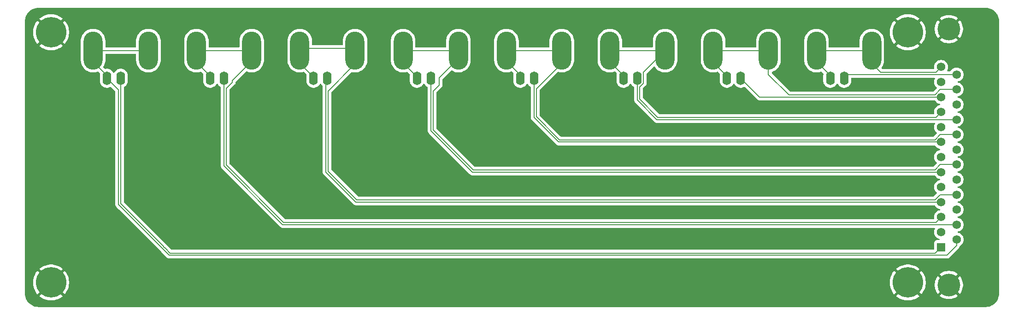
<source format=gbr>
%TF.GenerationSoftware,KiCad,Pcbnew,9.0.0*%
%TF.CreationDate,2025-06-08T16:05:14+02:00*%
%TF.ProjectId,LDC_BNC_interface,4c44435f-424e-4435-9f69-6e7465726661,rev?*%
%TF.SameCoordinates,Original*%
%TF.FileFunction,Copper,L1,Top*%
%TF.FilePolarity,Positive*%
%FSLAX46Y46*%
G04 Gerber Fmt 4.6, Leading zero omitted, Abs format (unit mm)*
G04 Created by KiCad (PCBNEW 9.0.0) date 2025-06-08 16:05:14*
%MOMM*%
%LPD*%
G01*
G04 APERTURE LIST*
%TA.AperFunction,ComponentPad*%
%ADD10C,5.600000*%
%TD*%
%TA.AperFunction,ComponentPad*%
%ADD11O,1.600000X2.500000*%
%TD*%
%TA.AperFunction,ComponentPad*%
%ADD12O,3.500000X7.000000*%
%TD*%
%TA.AperFunction,ComponentPad*%
%ADD13C,4.191000*%
%TD*%
%TA.AperFunction,ComponentPad*%
%ADD14R,1.562100X1.562100*%
%TD*%
%TA.AperFunction,ComponentPad*%
%ADD15C,1.562100*%
%TD*%
%TA.AperFunction,ViaPad*%
%ADD16C,0.600000*%
%TD*%
%TA.AperFunction,Conductor*%
%ADD17C,0.200000*%
%TD*%
G04 APERTURE END LIST*
D10*
%TO.P,H4,1,1*%
%TO.N,GND*%
X65300000Y-48000000D03*
%TD*%
%TO.P,H3,1,1*%
%TO.N,GND*%
X65300000Y-94000000D03*
%TD*%
%TO.P,H2,1,1*%
%TO.N,GND*%
X222700000Y-94000000D03*
%TD*%
%TO.P,H1,1,1*%
%TO.N,GND*%
X222700000Y-48000000D03*
%TD*%
D11*
%TO.P,J5,1,In*%
%TO.N,/IN1A*%
X116071429Y-56450000D03*
D12*
%TO.P,J5,2,Ext*%
%TO.N,/IN1B*%
X110991429Y-51370000D03*
D11*
X113531429Y-56450000D03*
D12*
X121151429Y-51370000D03*
%TD*%
%TO.P,J1,2,Ext*%
%TO.N,/IN3B*%
X83180000Y-51370000D03*
D11*
X75560000Y-56450000D03*
D12*
X73020000Y-51370000D03*
D11*
%TO.P,J1,1,In*%
%TO.N,/IN3A*%
X78100000Y-56450000D03*
%TD*%
D12*
%TO.P,J9,2,Ext*%
%TO.N,/IN6B*%
X197094286Y-51370000D03*
D11*
X189474286Y-56450000D03*
D12*
X186934286Y-51370000D03*
D11*
%TO.P,J9,1,In*%
%TO.N,/IN6A*%
X192014286Y-56450000D03*
%TD*%
D12*
%TO.P,J2,2,Ext*%
%TO.N,/IN2B*%
X102165714Y-51370000D03*
D11*
X94545714Y-56450000D03*
D12*
X92005714Y-51370000D03*
D11*
%TO.P,J2,1,In*%
%TO.N,/IN2A*%
X97085714Y-56450000D03*
%TD*%
D12*
%TO.P,J7,2,Ext*%
%TO.N,/IN4B*%
X159122857Y-51370000D03*
D11*
X151502857Y-56450000D03*
D12*
X148962857Y-51370000D03*
D11*
%TO.P,J7,1,In*%
%TO.N,/IN4A*%
X154042857Y-56450000D03*
%TD*%
D12*
%TO.P,J8,2,Ext*%
%TO.N,/IN7B*%
X216080000Y-51370000D03*
D11*
X208460000Y-56450000D03*
D12*
X205920000Y-51370000D03*
D11*
%TO.P,J8,1,In*%
%TO.N,/IN7A*%
X211000000Y-56450000D03*
%TD*%
D12*
%TO.P,J6,2,Ext*%
%TO.N,/IN5B*%
X178108571Y-51370000D03*
D11*
X170488571Y-56450000D03*
D12*
X167948571Y-51370000D03*
D11*
%TO.P,J6,1,In*%
%TO.N,/IN5A*%
X173028571Y-56450000D03*
%TD*%
%TO.P,J3,1,In*%
%TO.N,/IN0A*%
X135057143Y-56450000D03*
D12*
%TO.P,J3,2,Ext*%
%TO.N,/IN0B*%
X129977143Y-51370000D03*
D11*
X132517143Y-56450000D03*
D12*
X140137143Y-51370000D03*
%TD*%
D13*
%TO.P,J4,0,PAD*%
%TO.N,GND*%
X230242000Y-94460400D03*
X230242000Y-47419600D03*
D14*
%TO.P,J4,1,1*%
%TO.N,/IN3A*%
X228819600Y-87500000D03*
D15*
%TO.P,J4,2,2*%
%TO.N,unconnected-(J4-Pad2)*%
X228819600Y-84740000D03*
%TO.P,J4,3,3*%
%TO.N,/IN2B*%
X228819600Y-81980000D03*
%TO.P,J4,4,4*%
%TO.N,/IN1A*%
X228819600Y-79220000D03*
%TO.P,J4,5,5*%
%TO.N,unconnected-(J4-Pad5)*%
X228819600Y-76460000D03*
%TO.P,J4,6,6*%
%TO.N,/IN0A*%
X228819600Y-73700000D03*
%TO.P,J4,7,7*%
%TO.N,unconnected-(J4-Pad7)*%
X228819600Y-70940000D03*
%TO.P,J4,8,8*%
%TO.N,/IN4A*%
X228819600Y-68180000D03*
%TO.P,J4,9,9*%
%TO.N,unconnected-(J4-Pad9)*%
X228819600Y-65420000D03*
%TO.P,J4,10,10*%
%TO.N,/IN5B*%
X228819600Y-62660000D03*
%TO.P,J4,11,11*%
%TO.N,/IN6A*%
X228819600Y-59900000D03*
%TO.P,J4,12,12*%
%TO.N,unconnected-(J4-Pad12)*%
X228819600Y-57140000D03*
%TO.P,J4,13,13*%
%TO.N,/IN7B*%
X228819600Y-54380000D03*
%TO.P,J4,14,P14*%
%TO.N,/IN3B*%
X231664400Y-86120000D03*
%TO.P,J4,15,P15*%
%TO.N,/IN2A*%
X231664400Y-83360000D03*
%TO.P,J4,16,P16*%
%TO.N,unconnected-(J4-P16-Pad16)*%
X231664400Y-80600000D03*
%TO.P,J4,17,P17*%
%TO.N,/IN1B*%
X231664400Y-77840000D03*
%TO.P,J4,18,P18*%
%TO.N,unconnected-(J4-P18-Pad18)*%
X231664400Y-75080000D03*
%TO.P,J4,19,P19*%
%TO.N,/IN0B*%
X231664400Y-72320000D03*
%TO.P,J4,20,P20*%
%TO.N,unconnected-(J4-P20-Pad20)*%
X231664400Y-69560000D03*
%TO.P,J4,21,P21*%
%TO.N,/IN4B*%
X231664400Y-66800000D03*
%TO.P,J4,22,P22*%
%TO.N,/IN5A*%
X231664400Y-64040000D03*
%TO.P,J4,23,P23*%
%TO.N,unconnected-(J4-P23-Pad23)*%
X231664400Y-61280000D03*
%TO.P,J4,24,P24*%
%TO.N,/IN6B*%
X231664400Y-58520000D03*
%TO.P,J4,25,P25*%
%TO.N,/IN7A*%
X231664400Y-55760000D03*
%TD*%
D16*
%TO.N,GND*%
X109000000Y-91000000D03*
X221000000Y-58000000D03*
X153777778Y-71000000D03*
X181000000Y-71000000D03*
X181000000Y-61000000D03*
X181000000Y-66000000D03*
X211000000Y-49000000D03*
X192000000Y-49000000D03*
X173000000Y-49000000D03*
X154000000Y-49000000D03*
X135000000Y-49000000D03*
X116000000Y-49000000D03*
X97000000Y-49000000D03*
X88000000Y-91000000D03*
X88000000Y-86000000D03*
X109000000Y-86000000D03*
X109000000Y-76000000D03*
X208000000Y-62000000D03*
X208000000Y-71000000D03*
X208000000Y-66000000D03*
X208000000Y-76000000D03*
X153777778Y-76000000D03*
X180888889Y-76000000D03*
X126666667Y-76000000D03*
X208000000Y-81000000D03*
X153777778Y-81000000D03*
X180888889Y-81000000D03*
X126666667Y-81000000D03*
X208000000Y-86000000D03*
X153777778Y-86000000D03*
X180888889Y-86000000D03*
X126666667Y-86000000D03*
X78000000Y-49000000D03*
X208000000Y-91000000D03*
X180888889Y-91000000D03*
X153777778Y-91000000D03*
X126666667Y-91000000D03*
%TD*%
D17*
%TO.N,/IN4B*%
X159122857Y-53727143D02*
X159122857Y-51370000D01*
X154443857Y-58406143D02*
X159122857Y-53727143D01*
X158696100Y-67779000D02*
X154443857Y-63526757D01*
X227690350Y-67779000D02*
X158696100Y-67779000D01*
X154443857Y-63526757D02*
X154443857Y-58406143D01*
X228669350Y-66800000D02*
X227690350Y-67779000D01*
X231664400Y-66800000D02*
X228669350Y-66800000D01*
%TO.N,/IN0B*%
X228669350Y-72320000D02*
X231664400Y-72320000D01*
X227690350Y-73299000D02*
X228669350Y-72320000D01*
X142866100Y-73299000D02*
X227690350Y-73299000D01*
X135500000Y-58800000D02*
X135500000Y-65932900D01*
X136600000Y-56400000D02*
X136600000Y-57700000D01*
X135500000Y-65932900D02*
X142866100Y-73299000D01*
X138880000Y-54120000D02*
X136600000Y-56400000D01*
X136600000Y-57700000D02*
X135500000Y-58800000D01*
X138880000Y-51370000D02*
X138880000Y-54120000D01*
X129977143Y-53627143D02*
X129977143Y-51370000D01*
X132517143Y-56167143D02*
X129977143Y-53627143D01*
X132517143Y-56450000D02*
X132517143Y-56167143D01*
X129977143Y-51370000D02*
X140137143Y-51370000D01*
%TO.N,/IN7B*%
X216080000Y-53680000D02*
X216080000Y-51370000D01*
X227840600Y-55359000D02*
X217759000Y-55359000D01*
X228819600Y-54380000D02*
X227840600Y-55359000D01*
X217759000Y-55359000D02*
X216080000Y-53680000D01*
X205920000Y-53420000D02*
X205920000Y-51370000D01*
X208460000Y-55960000D02*
X205920000Y-53420000D01*
X208460000Y-56450000D02*
X208460000Y-55960000D01*
X205920000Y-51370000D02*
X216080000Y-51370000D01*
%TO.N,/IN7A*%
X211690000Y-55760000D02*
X211000000Y-56450000D01*
X231664400Y-55760000D02*
X211690000Y-55760000D01*
%TO.N,/IN6B*%
X228669350Y-58520000D02*
X231664400Y-58520000D01*
X227690350Y-59499000D02*
X228669350Y-58520000D01*
X200849000Y-59499000D02*
X227690350Y-59499000D01*
X197094286Y-55744286D02*
X200849000Y-59499000D01*
X197094286Y-51370000D02*
X197094286Y-55744286D01*
X189474286Y-56024286D02*
X189474286Y-56450000D01*
X186934286Y-53484286D02*
X189474286Y-56024286D01*
X186934286Y-51370000D02*
X186934286Y-53484286D01*
X186934286Y-51370000D02*
X197094286Y-51370000D01*
%TO.N,/IN6A*%
X192014286Y-56450000D02*
X195464286Y-59900000D01*
X195464286Y-59900000D02*
X228819600Y-59900000D01*
%TO.N,/IN5B*%
X174100000Y-55378571D02*
X178108571Y-51370000D01*
X174100000Y-55514380D02*
X174100000Y-55378571D01*
X173484620Y-58001000D02*
X174129571Y-57356049D01*
X173429571Y-58056049D02*
X173484620Y-58001000D01*
X173429571Y-60312471D02*
X173429571Y-58056049D01*
X174129571Y-55543951D02*
X174100000Y-55514380D01*
X176756100Y-63639000D02*
X173429571Y-60312471D01*
X174129571Y-57356049D02*
X174129571Y-55543951D01*
X227840600Y-63639000D02*
X176756100Y-63639000D01*
X228819600Y-62660000D02*
X227840600Y-63639000D01*
X167948571Y-51370000D02*
X178108571Y-51370000D01*
X167948571Y-53398571D02*
X167948571Y-51370000D01*
X170488571Y-55938571D02*
X167948571Y-53398571D01*
X170488571Y-56450000D02*
X170488571Y-55938571D01*
%TO.N,/IN5A*%
X173028571Y-60478571D02*
X173028571Y-56450000D01*
X176590000Y-64040000D02*
X173028571Y-60478571D01*
X231664400Y-64040000D02*
X176590000Y-64040000D01*
%TO.N,/IN4B*%
X148962857Y-51370000D02*
X159122857Y-51370000D01*
X148962857Y-53362857D02*
X148962857Y-51370000D01*
X151502857Y-55902857D02*
X148962857Y-53362857D01*
X151502857Y-56450000D02*
X151502857Y-55902857D01*
%TO.N,/IN4A*%
X154042857Y-63692857D02*
X154042857Y-56450000D01*
X158530000Y-68180000D02*
X154042857Y-63692857D01*
X228819600Y-68180000D02*
X158530000Y-68180000D01*
%TO.N,/IN0A*%
X135100000Y-66100000D02*
X135100000Y-56492857D01*
X142700000Y-73700000D02*
X135100000Y-66100000D01*
X228819600Y-73700000D02*
X142700000Y-73700000D01*
X135100000Y-56492857D02*
X135057143Y-56450000D01*
%TO.N,/IN1B*%
X113260000Y-55947143D02*
X113260000Y-56080000D01*
X110720000Y-51000000D02*
X110720000Y-53407143D01*
X116200000Y-58800000D02*
X120880000Y-54120000D01*
X120880000Y-51000000D02*
X110720000Y-51000000D01*
X110720000Y-53407143D02*
X113260000Y-55947143D01*
X116200000Y-59000000D02*
X116200000Y-58800000D01*
X120880000Y-54120000D02*
X120880000Y-51000000D01*
X116200000Y-73532900D02*
X116200000Y-59000000D01*
X121476450Y-78809350D02*
X116200000Y-73532900D01*
X227700000Y-78809350D02*
X121476450Y-78809350D01*
X231664400Y-77840000D02*
X228669350Y-77840000D01*
X228669350Y-77840000D02*
X227700000Y-78809350D01*
%TO.N,/IN1A*%
X115800000Y-73700000D02*
X115800000Y-56450000D01*
X121320000Y-79220000D02*
X115800000Y-73700000D01*
X228819600Y-79220000D02*
X121320000Y-79220000D01*
%TO.N,/IN2B*%
X97486714Y-72419614D02*
X108026100Y-82959000D01*
X98600000Y-57200000D02*
X97486714Y-58313286D01*
X97486714Y-58313286D02*
X97486714Y-72419614D01*
X98600000Y-56900000D02*
X98600000Y-57200000D01*
X227840600Y-82959000D02*
X228819600Y-81980000D01*
X102165714Y-51470000D02*
X102165714Y-53334286D01*
X102165714Y-53334286D02*
X98600000Y-56900000D01*
X108026100Y-82959000D02*
X227840600Y-82959000D01*
X92005714Y-51370000D02*
X102165714Y-51370000D01*
X94545714Y-56045714D02*
X94545714Y-56450000D01*
X92005714Y-53505714D02*
X94545714Y-56045714D01*
X92005714Y-51370000D02*
X92005714Y-53505714D01*
%TO.N,/IN3B*%
X75560000Y-55960000D02*
X75560000Y-56450000D01*
X73020000Y-53420000D02*
X75560000Y-55960000D01*
X73020000Y-51370000D02*
X73020000Y-53420000D01*
%TO.N,/IN2A*%
X97085714Y-72585714D02*
X97085714Y-56550000D01*
X107860000Y-83360000D02*
X97085714Y-72585714D01*
X231664400Y-83360000D02*
X107860000Y-83360000D01*
%TO.N,/IN3A*%
X78100000Y-58422900D02*
X78100000Y-56450000D01*
X78100000Y-58755100D02*
X78100000Y-58422900D01*
X78100000Y-79500000D02*
X78100000Y-79167800D01*
X78100000Y-79167800D02*
X78100000Y-58755100D01*
X78334900Y-79734900D02*
X78100000Y-79500000D01*
X78366100Y-79766100D02*
X78334900Y-79734900D01*
X78601000Y-80001000D02*
X78366100Y-79766100D01*
X85865100Y-87265100D02*
X78601000Y-80001000D01*
X86100000Y-87500000D02*
X85865100Y-87265100D01*
X86334900Y-87734900D02*
X86100000Y-87500000D01*
X87199000Y-88599000D02*
X86334900Y-87734900D01*
X227720600Y-88599000D02*
X87199000Y-88599000D01*
X228819600Y-87500000D02*
X227720600Y-88599000D01*
%TO.N,/IN3B*%
X77699000Y-58589000D02*
X75560000Y-56450000D01*
X77699000Y-79333900D02*
X77699000Y-58589000D01*
X77699000Y-79666100D02*
X77699000Y-79333900D01*
X77933900Y-79901000D02*
X77699000Y-79666100D01*
X78200000Y-80167100D02*
X77933900Y-79901000D01*
X85699000Y-87666100D02*
X78200000Y-80167100D01*
X87032900Y-89000000D02*
X85933900Y-87901000D01*
X229888971Y-89000000D02*
X87032900Y-89000000D01*
X231664400Y-87224571D02*
X229888971Y-89000000D01*
X231664400Y-86120000D02*
X231664400Y-87224571D01*
X85933900Y-87901000D02*
X85699000Y-87666100D01*
X83180000Y-51370000D02*
X73020000Y-51370000D01*
%TD*%
%TA.AperFunction,Conductor*%
%TO.N,GND*%
G36*
X237003736Y-43500726D02*
G01*
X237293796Y-43518271D01*
X237308659Y-43520076D01*
X237590798Y-43571780D01*
X237605335Y-43575363D01*
X237879172Y-43660695D01*
X237893163Y-43666000D01*
X238154743Y-43783727D01*
X238167989Y-43790680D01*
X238413465Y-43939075D01*
X238425776Y-43947573D01*
X238651573Y-44124473D01*
X238662781Y-44134403D01*
X238865596Y-44337218D01*
X238875526Y-44348426D01*
X238995481Y-44501538D01*
X239052422Y-44574217D01*
X239060928Y-44586540D01*
X239209316Y-44832004D01*
X239216275Y-44845263D01*
X239333997Y-45106831D01*
X239339306Y-45120832D01*
X239424635Y-45394663D01*
X239428219Y-45409201D01*
X239479923Y-45691340D01*
X239481728Y-45706205D01*
X239499274Y-45996263D01*
X239499500Y-46003750D01*
X239499500Y-95996249D01*
X239499274Y-96003736D01*
X239481728Y-96293794D01*
X239479923Y-96308659D01*
X239428219Y-96590798D01*
X239424635Y-96605336D01*
X239339306Y-96879167D01*
X239333997Y-96893168D01*
X239216275Y-97154736D01*
X239209316Y-97167995D01*
X239060928Y-97413459D01*
X239052422Y-97425782D01*
X238875526Y-97651573D01*
X238865596Y-97662781D01*
X238662781Y-97865596D01*
X238651573Y-97875526D01*
X238425782Y-98052422D01*
X238413459Y-98060928D01*
X238167995Y-98209316D01*
X238154736Y-98216275D01*
X237893168Y-98333997D01*
X237879167Y-98339306D01*
X237605336Y-98424635D01*
X237590798Y-98428219D01*
X237308659Y-98479923D01*
X237293794Y-98481728D01*
X237003736Y-98499274D01*
X236996249Y-98499500D01*
X63003751Y-98499500D01*
X62996264Y-98499274D01*
X62706205Y-98481728D01*
X62691340Y-98479923D01*
X62409201Y-98428219D01*
X62394663Y-98424635D01*
X62120832Y-98339306D01*
X62106831Y-98333997D01*
X61845263Y-98216275D01*
X61832004Y-98209316D01*
X61586540Y-98060928D01*
X61574217Y-98052422D01*
X61348426Y-97875526D01*
X61337218Y-97865596D01*
X61134403Y-97662781D01*
X61124473Y-97651573D01*
X60947573Y-97425776D01*
X60939075Y-97413465D01*
X60790680Y-97167989D01*
X60783727Y-97154743D01*
X60666000Y-96893163D01*
X60660693Y-96879167D01*
X60646593Y-96833920D01*
X60575363Y-96605335D01*
X60571780Y-96590798D01*
X60551044Y-96477645D01*
X60520076Y-96308659D01*
X60518271Y-96293794D01*
X60500726Y-96003736D01*
X60500500Y-95996249D01*
X60500500Y-93837884D01*
X62000000Y-93837884D01*
X62000000Y-94162115D01*
X62031779Y-94484784D01*
X62031782Y-94484801D01*
X62095030Y-94802781D01*
X62095033Y-94802792D01*
X62189157Y-95113078D01*
X62313238Y-95412635D01*
X62313240Y-95412640D01*
X62466079Y-95698580D01*
X62466090Y-95698598D01*
X62646212Y-95968170D01*
X62646222Y-95968184D01*
X62795890Y-96150554D01*
X62795891Y-96150555D01*
X64005748Y-94940698D01*
X64079588Y-95042330D01*
X64257670Y-95220412D01*
X64359300Y-95294251D01*
X63149443Y-96504107D01*
X63149444Y-96504108D01*
X63331815Y-96653777D01*
X63331829Y-96653787D01*
X63601401Y-96833909D01*
X63601419Y-96833920D01*
X63887359Y-96986759D01*
X63887364Y-96986761D01*
X64186921Y-97110842D01*
X64497207Y-97204966D01*
X64497218Y-97204969D01*
X64815198Y-97268217D01*
X64815215Y-97268220D01*
X65137884Y-97300000D01*
X65462116Y-97300000D01*
X65784784Y-97268220D01*
X65784801Y-97268217D01*
X66102781Y-97204969D01*
X66102792Y-97204966D01*
X66413078Y-97110842D01*
X66712635Y-96986761D01*
X66712640Y-96986759D01*
X66998580Y-96833920D01*
X66998598Y-96833909D01*
X67268170Y-96653787D01*
X67268183Y-96653777D01*
X67450554Y-96504108D01*
X67450554Y-96504107D01*
X66240698Y-95294251D01*
X66342330Y-95220412D01*
X66520412Y-95042330D01*
X66594251Y-94940698D01*
X67804107Y-96150554D01*
X67804108Y-96150554D01*
X67953777Y-95968183D01*
X67953787Y-95968170D01*
X68133909Y-95698598D01*
X68133920Y-95698580D01*
X68286759Y-95412640D01*
X68286761Y-95412635D01*
X68410842Y-95113078D01*
X68504966Y-94802792D01*
X68504969Y-94802781D01*
X68568217Y-94484801D01*
X68568220Y-94484784D01*
X68600000Y-94162115D01*
X68600000Y-93837884D01*
X219400000Y-93837884D01*
X219400000Y-94162115D01*
X219431779Y-94484784D01*
X219431782Y-94484801D01*
X219495030Y-94802781D01*
X219495033Y-94802792D01*
X219589157Y-95113078D01*
X219713238Y-95412635D01*
X219713240Y-95412640D01*
X219866079Y-95698580D01*
X219866090Y-95698598D01*
X220046212Y-95968170D01*
X220046222Y-95968184D01*
X220195890Y-96150554D01*
X220195891Y-96150555D01*
X221405748Y-94940698D01*
X221479588Y-95042330D01*
X221657670Y-95220412D01*
X221759300Y-95294251D01*
X220549443Y-96504107D01*
X220549444Y-96504108D01*
X220731815Y-96653777D01*
X220731829Y-96653787D01*
X221001401Y-96833909D01*
X221001419Y-96833920D01*
X221287359Y-96986759D01*
X221287364Y-96986761D01*
X221586921Y-97110842D01*
X221897207Y-97204966D01*
X221897218Y-97204969D01*
X222215198Y-97268217D01*
X222215215Y-97268220D01*
X222537884Y-97300000D01*
X222862116Y-97300000D01*
X223184784Y-97268220D01*
X223184801Y-97268217D01*
X223502781Y-97204969D01*
X223502792Y-97204966D01*
X223813078Y-97110842D01*
X224112635Y-96986761D01*
X224112640Y-96986759D01*
X224398580Y-96833920D01*
X224398598Y-96833909D01*
X224668170Y-96653787D01*
X224668183Y-96653777D01*
X224850554Y-96504108D01*
X224850554Y-96504107D01*
X223640698Y-95294251D01*
X223742330Y-95220412D01*
X223920412Y-95042330D01*
X223994251Y-94940698D01*
X225204107Y-96150554D01*
X225204108Y-96150554D01*
X225353777Y-95968183D01*
X225353787Y-95968170D01*
X225533909Y-95698598D01*
X225533920Y-95698580D01*
X225686759Y-95412640D01*
X225686761Y-95412635D01*
X225810842Y-95113078D01*
X225904966Y-94802792D01*
X225904969Y-94802781D01*
X225968217Y-94484801D01*
X225968220Y-94484784D01*
X225984979Y-94314635D01*
X227646500Y-94314635D01*
X227646500Y-94606164D01*
X227679138Y-94895835D01*
X227679140Y-94895851D01*
X227744008Y-95180058D01*
X227744012Y-95180070D01*
X227840293Y-95455223D01*
X227966776Y-95717868D01*
X228121875Y-95964706D01*
X228238231Y-96110614D01*
X228956696Y-95392148D01*
X229031123Y-95494587D01*
X229207813Y-95671277D01*
X229310249Y-95745701D01*
X228591784Y-96464167D01*
X228737693Y-96580524D01*
X228984531Y-96735623D01*
X229247176Y-96862106D01*
X229522329Y-96958387D01*
X229522341Y-96958391D01*
X229806548Y-97023259D01*
X229806564Y-97023261D01*
X230096235Y-97055899D01*
X230096237Y-97055900D01*
X230387763Y-97055900D01*
X230387764Y-97055899D01*
X230677435Y-97023261D01*
X230677451Y-97023259D01*
X230961658Y-96958391D01*
X230961670Y-96958387D01*
X231236823Y-96862106D01*
X231499468Y-96735623D01*
X231746306Y-96580524D01*
X231892214Y-96464167D01*
X231892214Y-96464166D01*
X231173749Y-95745702D01*
X231276187Y-95671277D01*
X231452877Y-95494587D01*
X231527301Y-95392149D01*
X232245766Y-96110614D01*
X232245767Y-96110614D01*
X232362124Y-95964706D01*
X232517223Y-95717868D01*
X232643706Y-95455223D01*
X232739987Y-95180070D01*
X232739991Y-95180058D01*
X232804859Y-94895851D01*
X232804861Y-94895835D01*
X232837499Y-94606164D01*
X232837500Y-94606162D01*
X232837500Y-94314637D01*
X232837499Y-94314635D01*
X232804861Y-94024964D01*
X232804859Y-94024948D01*
X232739991Y-93740741D01*
X232739987Y-93740729D01*
X232643706Y-93465576D01*
X232517223Y-93202931D01*
X232362124Y-92956093D01*
X232245767Y-92810184D01*
X231527301Y-93528649D01*
X231452877Y-93426213D01*
X231276187Y-93249523D01*
X231173748Y-93175096D01*
X231892214Y-92456631D01*
X231746306Y-92340275D01*
X231499468Y-92185176D01*
X231236823Y-92058693D01*
X230961670Y-91962412D01*
X230961658Y-91962408D01*
X230677451Y-91897540D01*
X230677435Y-91897538D01*
X230387764Y-91864900D01*
X230096235Y-91864900D01*
X229806564Y-91897538D01*
X229806548Y-91897540D01*
X229522341Y-91962408D01*
X229522329Y-91962412D01*
X229247176Y-92058693D01*
X228984531Y-92185176D01*
X228737689Y-92340277D01*
X228737685Y-92340280D01*
X228591784Y-92456631D01*
X229310250Y-93175097D01*
X229207813Y-93249523D01*
X229031123Y-93426213D01*
X228956697Y-93528650D01*
X228238231Y-92810184D01*
X228121880Y-92956085D01*
X228121877Y-92956089D01*
X227966776Y-93202931D01*
X227840293Y-93465576D01*
X227744012Y-93740729D01*
X227744008Y-93740741D01*
X227679140Y-94024948D01*
X227679138Y-94024964D01*
X227646500Y-94314635D01*
X225984979Y-94314635D01*
X225986518Y-94299007D01*
X226000000Y-94162115D01*
X226000000Y-93837884D01*
X225968220Y-93515215D01*
X225968217Y-93515198D01*
X225904969Y-93197218D01*
X225904966Y-93197207D01*
X225810842Y-92886921D01*
X225686762Y-92587365D01*
X225674022Y-92563530D01*
X225674021Y-92563528D01*
X225533920Y-92301419D01*
X225533909Y-92301401D01*
X225353787Y-92031829D01*
X225353777Y-92031815D01*
X225204108Y-91849444D01*
X225204107Y-91849443D01*
X223994250Y-93059300D01*
X223920412Y-92957670D01*
X223742330Y-92779588D01*
X223640697Y-92705747D01*
X224850555Y-91495891D01*
X224850554Y-91495890D01*
X224668184Y-91346222D01*
X224668170Y-91346212D01*
X224398598Y-91166090D01*
X224398580Y-91166079D01*
X224112640Y-91013240D01*
X224112635Y-91013238D01*
X223813078Y-90889157D01*
X223502792Y-90795033D01*
X223502781Y-90795030D01*
X223184801Y-90731782D01*
X223184784Y-90731779D01*
X222862116Y-90700000D01*
X222537884Y-90700000D01*
X222215215Y-90731779D01*
X222215198Y-90731782D01*
X221897218Y-90795030D01*
X221897207Y-90795033D01*
X221586921Y-90889157D01*
X221287364Y-91013238D01*
X221287359Y-91013240D01*
X221001419Y-91166079D01*
X221001401Y-91166090D01*
X220731829Y-91346212D01*
X220731815Y-91346222D01*
X220549444Y-91495890D01*
X220549443Y-91495891D01*
X221759301Y-92705748D01*
X221657670Y-92779588D01*
X221479588Y-92957670D01*
X221405748Y-93059301D01*
X220195891Y-91849443D01*
X220195890Y-91849444D01*
X220046222Y-92031815D01*
X220046212Y-92031829D01*
X219866090Y-92301401D01*
X219866079Y-92301419D01*
X219713240Y-92587359D01*
X219713238Y-92587364D01*
X219589157Y-92886921D01*
X219495033Y-93197207D01*
X219495030Y-93197218D01*
X219431782Y-93515198D01*
X219431779Y-93515215D01*
X219400000Y-93837884D01*
X68600000Y-93837884D01*
X68568220Y-93515215D01*
X68568217Y-93515198D01*
X68504969Y-93197218D01*
X68504966Y-93197207D01*
X68410842Y-92886921D01*
X68286761Y-92587364D01*
X68286759Y-92587359D01*
X68133920Y-92301419D01*
X68133909Y-92301401D01*
X67953787Y-92031829D01*
X67953777Y-92031815D01*
X67804108Y-91849444D01*
X67804107Y-91849443D01*
X66594250Y-93059300D01*
X66520412Y-92957670D01*
X66342330Y-92779588D01*
X66240697Y-92705747D01*
X67450555Y-91495891D01*
X67450554Y-91495890D01*
X67268184Y-91346222D01*
X67268170Y-91346212D01*
X66998598Y-91166090D01*
X66998580Y-91166079D01*
X66712640Y-91013240D01*
X66712635Y-91013238D01*
X66413078Y-90889157D01*
X66102792Y-90795033D01*
X66102781Y-90795030D01*
X65784801Y-90731782D01*
X65784784Y-90731779D01*
X65462116Y-90700000D01*
X65137884Y-90700000D01*
X64815215Y-90731779D01*
X64815198Y-90731782D01*
X64497218Y-90795030D01*
X64497207Y-90795033D01*
X64186921Y-90889157D01*
X63887364Y-91013238D01*
X63887359Y-91013240D01*
X63601419Y-91166079D01*
X63601401Y-91166090D01*
X63331829Y-91346212D01*
X63331815Y-91346222D01*
X63149444Y-91495890D01*
X63149443Y-91495891D01*
X64359301Y-92705748D01*
X64257670Y-92779588D01*
X64079588Y-92957670D01*
X64005748Y-93059301D01*
X62795891Y-91849443D01*
X62795890Y-91849444D01*
X62646222Y-92031815D01*
X62646212Y-92031829D01*
X62466090Y-92301401D01*
X62466079Y-92301419D01*
X62313240Y-92587359D01*
X62313238Y-92587364D01*
X62189157Y-92886921D01*
X62095033Y-93197207D01*
X62095030Y-93197218D01*
X62031782Y-93515198D01*
X62031779Y-93515215D01*
X62000000Y-93837884D01*
X60500500Y-93837884D01*
X60500500Y-47837884D01*
X62000000Y-47837884D01*
X62000000Y-48162115D01*
X62031779Y-48484784D01*
X62031782Y-48484801D01*
X62095030Y-48802781D01*
X62095033Y-48802792D01*
X62189157Y-49113078D01*
X62313238Y-49412635D01*
X62313240Y-49412640D01*
X62466079Y-49698580D01*
X62466090Y-49698598D01*
X62646212Y-49968170D01*
X62646222Y-49968184D01*
X62795890Y-50150554D01*
X62795891Y-50150555D01*
X64005748Y-48940698D01*
X64079588Y-49042330D01*
X64257670Y-49220412D01*
X64359300Y-49294251D01*
X63149443Y-50504107D01*
X63149444Y-50504108D01*
X63331815Y-50653777D01*
X63331829Y-50653787D01*
X63601401Y-50833909D01*
X63601419Y-50833920D01*
X63887359Y-50986759D01*
X63887364Y-50986761D01*
X64186921Y-51110842D01*
X64497207Y-51204966D01*
X64497218Y-51204969D01*
X64815198Y-51268217D01*
X64815215Y-51268220D01*
X65137884Y-51300000D01*
X65462116Y-51300000D01*
X65784784Y-51268220D01*
X65784801Y-51268217D01*
X66102781Y-51204969D01*
X66102792Y-51204966D01*
X66413078Y-51110842D01*
X66712635Y-50986761D01*
X66712640Y-50986759D01*
X66998580Y-50833920D01*
X66998598Y-50833909D01*
X67268170Y-50653787D01*
X67268183Y-50653777D01*
X67450554Y-50504108D01*
X67450554Y-50504107D01*
X66240698Y-49294251D01*
X66342330Y-49220412D01*
X66520412Y-49042330D01*
X66594251Y-48940698D01*
X67804107Y-50150554D01*
X67804108Y-50150554D01*
X67953777Y-49968183D01*
X67953787Y-49968170D01*
X68133909Y-49698598D01*
X68133920Y-49698580D01*
X68254770Y-49472486D01*
X70769500Y-49472486D01*
X70769500Y-53267513D01*
X70787271Y-53402490D01*
X70808007Y-53559993D01*
X70808008Y-53559995D01*
X70884361Y-53844951D01*
X70884364Y-53844961D01*
X70997254Y-54117500D01*
X70997258Y-54117510D01*
X71144761Y-54372993D01*
X71324352Y-54607040D01*
X71324358Y-54607047D01*
X71532952Y-54815641D01*
X71532959Y-54815647D01*
X71767006Y-54995238D01*
X72022489Y-55142741D01*
X72022490Y-55142741D01*
X72022493Y-55142743D01*
X72171566Y-55204491D01*
X72289642Y-55253400D01*
X72295048Y-55255639D01*
X72580007Y-55331993D01*
X72872494Y-55370500D01*
X72872501Y-55370500D01*
X73167499Y-55370500D01*
X73167506Y-55370500D01*
X73459993Y-55331993D01*
X73744952Y-55255639D01*
X73853279Y-55210767D01*
X73922746Y-55203298D01*
X73985226Y-55234572D01*
X73988412Y-55237647D01*
X74275731Y-55524966D01*
X74309216Y-55586289D01*
X74305981Y-55650964D01*
X74291524Y-55695457D01*
X74291523Y-55695464D01*
X74281717Y-55757378D01*
X74259500Y-55897648D01*
X74259500Y-57002352D01*
X74261904Y-57017527D01*
X74291522Y-57204534D01*
X74354781Y-57399223D01*
X74418691Y-57524653D01*
X74441143Y-57568716D01*
X74447715Y-57581613D01*
X74568028Y-57747213D01*
X74712786Y-57891971D01*
X74860179Y-57999056D01*
X74878390Y-58012287D01*
X74977060Y-58062562D01*
X75060776Y-58105218D01*
X75060778Y-58105218D01*
X75060781Y-58105220D01*
X75135818Y-58129601D01*
X75255465Y-58168477D01*
X75356557Y-58184488D01*
X75457648Y-58200500D01*
X75457649Y-58200500D01*
X75662351Y-58200500D01*
X75662352Y-58200500D01*
X75864534Y-58168477D01*
X76059219Y-58105220D01*
X76182166Y-58042574D01*
X76250836Y-58029678D01*
X76315576Y-58055954D01*
X76326143Y-58065378D01*
X77062181Y-58801416D01*
X77095666Y-58862739D01*
X77098500Y-58889097D01*
X77098500Y-79579430D01*
X77098499Y-79579448D01*
X77098499Y-79745154D01*
X77098498Y-79745154D01*
X77139423Y-79897885D01*
X77168358Y-79948000D01*
X77168359Y-79948004D01*
X77168360Y-79948004D01*
X77218479Y-80034814D01*
X77218481Y-80034817D01*
X77347720Y-80164056D01*
X77347726Y-80164061D01*
X77572249Y-80388585D01*
X77572255Y-80388590D01*
X77719481Y-80535816D01*
X85347720Y-88164056D01*
X85347726Y-88164061D01*
X85572249Y-88388585D01*
X85572254Y-88388589D01*
X86664184Y-89480520D01*
X86664186Y-89480521D01*
X86664190Y-89480524D01*
X86801109Y-89559573D01*
X86801116Y-89559577D01*
X86953843Y-89600501D01*
X86953845Y-89600501D01*
X87119554Y-89600501D01*
X87119570Y-89600500D01*
X229802302Y-89600500D01*
X229802318Y-89600501D01*
X229809914Y-89600501D01*
X229968025Y-89600501D01*
X229968028Y-89600501D01*
X230120756Y-89559577D01*
X230170875Y-89530639D01*
X230257687Y-89480520D01*
X230369491Y-89368716D01*
X230369491Y-89368714D01*
X230379699Y-89358507D01*
X230379700Y-89358504D01*
X232144920Y-87593287D01*
X232223977Y-87456355D01*
X232264901Y-87303628D01*
X232264901Y-87303621D01*
X232266524Y-87297565D01*
X232302889Y-87237905D01*
X232330015Y-87219169D01*
X232336079Y-87216080D01*
X232499274Y-87097512D01*
X232641912Y-86954874D01*
X232760480Y-86791679D01*
X232852059Y-86611945D01*
X232914394Y-86420097D01*
X232930651Y-86317451D01*
X232945950Y-86220865D01*
X232945950Y-86019134D01*
X232916956Y-85836080D01*
X232914394Y-85819903D01*
X232852059Y-85628055D01*
X232760480Y-85448321D01*
X232641912Y-85285126D01*
X232499274Y-85142488D01*
X232336079Y-85023920D01*
X232156342Y-84932339D01*
X231964498Y-84870006D01*
X231916937Y-84862473D01*
X231853802Y-84832544D01*
X231816871Y-84773232D01*
X231817869Y-84703370D01*
X231856479Y-84645137D01*
X231916937Y-84617527D01*
X231927685Y-84615824D01*
X231964497Y-84609994D01*
X232156345Y-84547659D01*
X232336079Y-84456080D01*
X232499274Y-84337512D01*
X232641912Y-84194874D01*
X232760480Y-84031679D01*
X232852059Y-83851945D01*
X232914394Y-83660097D01*
X232930651Y-83557451D01*
X232945950Y-83460865D01*
X232945950Y-83259134D01*
X232927591Y-83143230D01*
X232914394Y-83059903D01*
X232852059Y-82868055D01*
X232760480Y-82688321D01*
X232641912Y-82525126D01*
X232499274Y-82382488D01*
X232336079Y-82263920D01*
X232156342Y-82172339D01*
X231964498Y-82110006D01*
X231916937Y-82102473D01*
X231853802Y-82072544D01*
X231816871Y-82013232D01*
X231817869Y-81943370D01*
X231856479Y-81885137D01*
X231916937Y-81857527D01*
X231927685Y-81855824D01*
X231964497Y-81849994D01*
X232156345Y-81787659D01*
X232336079Y-81696080D01*
X232499274Y-81577512D01*
X232641912Y-81434874D01*
X232760480Y-81271679D01*
X232852059Y-81091945D01*
X232914394Y-80900097D01*
X232942527Y-80722473D01*
X232945950Y-80700865D01*
X232945950Y-80499134D01*
X232916956Y-80316080D01*
X232914394Y-80299903D01*
X232881124Y-80197509D01*
X232852060Y-80108057D01*
X232760479Y-79928320D01*
X232733858Y-79891679D01*
X232641912Y-79765126D01*
X232499274Y-79622488D01*
X232336079Y-79503920D01*
X232156342Y-79412339D01*
X231964498Y-79350006D01*
X231916937Y-79342473D01*
X231853802Y-79312544D01*
X231816871Y-79253232D01*
X231817869Y-79183370D01*
X231856479Y-79125137D01*
X231916937Y-79097527D01*
X231927685Y-79095824D01*
X231964497Y-79089994D01*
X232156345Y-79027659D01*
X232336079Y-78936080D01*
X232499274Y-78817512D01*
X232641912Y-78674874D01*
X232760480Y-78511679D01*
X232852059Y-78331945D01*
X232914394Y-78140097D01*
X232930651Y-78037451D01*
X232945950Y-77940865D01*
X232945950Y-77739134D01*
X232920304Y-77577217D01*
X232914394Y-77539903D01*
X232852059Y-77348055D01*
X232760480Y-77168321D01*
X232641912Y-77005126D01*
X232499274Y-76862488D01*
X232336079Y-76743920D01*
X232156342Y-76652339D01*
X231964498Y-76590006D01*
X231916937Y-76582473D01*
X231853802Y-76552544D01*
X231816871Y-76493232D01*
X231817869Y-76423370D01*
X231856479Y-76365137D01*
X231916937Y-76337527D01*
X231927685Y-76335824D01*
X231964497Y-76329994D01*
X232156345Y-76267659D01*
X232336079Y-76176080D01*
X232499274Y-76057512D01*
X232641912Y-75914874D01*
X232760480Y-75751679D01*
X232852059Y-75571945D01*
X232914394Y-75380097D01*
X232942527Y-75202473D01*
X232945950Y-75180865D01*
X232945950Y-74979134D01*
X232916956Y-74796080D01*
X232914394Y-74779903D01*
X232852059Y-74588055D01*
X232760480Y-74408321D01*
X232641912Y-74245126D01*
X232499274Y-74102488D01*
X232336079Y-73983920D01*
X232332115Y-73981900D01*
X232156342Y-73892339D01*
X231964498Y-73830006D01*
X231916937Y-73822473D01*
X231853802Y-73792544D01*
X231816871Y-73733232D01*
X231817869Y-73663370D01*
X231856479Y-73605137D01*
X231916937Y-73577527D01*
X231927685Y-73575824D01*
X231964497Y-73569994D01*
X232156345Y-73507659D01*
X232336079Y-73416080D01*
X232499274Y-73297512D01*
X232641912Y-73154874D01*
X232760480Y-72991679D01*
X232852059Y-72811945D01*
X232914394Y-72620097D01*
X232933567Y-72499044D01*
X232945950Y-72420865D01*
X232945950Y-72219134D01*
X232920304Y-72057217D01*
X232914394Y-72019903D01*
X232852059Y-71828055D01*
X232760480Y-71648321D01*
X232641912Y-71485126D01*
X232499274Y-71342488D01*
X232336079Y-71223920D01*
X232156342Y-71132339D01*
X231964498Y-71070006D01*
X231916937Y-71062473D01*
X231853802Y-71032544D01*
X231816871Y-70973232D01*
X231817869Y-70903370D01*
X231856479Y-70845137D01*
X231916937Y-70817527D01*
X231927685Y-70815824D01*
X231964497Y-70809994D01*
X232156345Y-70747659D01*
X232336079Y-70656080D01*
X232499274Y-70537512D01*
X232641912Y-70394874D01*
X232760480Y-70231679D01*
X232852059Y-70051945D01*
X232914394Y-69860097D01*
X232942527Y-69682473D01*
X232945950Y-69660865D01*
X232945950Y-69459134D01*
X232916956Y-69276080D01*
X232914394Y-69259903D01*
X232852059Y-69068055D01*
X232760480Y-68888321D01*
X232641912Y-68725126D01*
X232499274Y-68582488D01*
X232336079Y-68463920D01*
X232156342Y-68372339D01*
X231964498Y-68310006D01*
X231916937Y-68302473D01*
X231853802Y-68272544D01*
X231816871Y-68213232D01*
X231817869Y-68143370D01*
X231856479Y-68085137D01*
X231916937Y-68057527D01*
X231927685Y-68055824D01*
X231964497Y-68049994D01*
X232156345Y-67987659D01*
X232336079Y-67896080D01*
X232499274Y-67777512D01*
X232641912Y-67634874D01*
X232760480Y-67471679D01*
X232852059Y-67291945D01*
X232914394Y-67100097D01*
X232930651Y-66997451D01*
X232945950Y-66900865D01*
X232945950Y-66699134D01*
X232920304Y-66537217D01*
X232914394Y-66499903D01*
X232876053Y-66381900D01*
X232852060Y-66308057D01*
X232786331Y-66179057D01*
X232760480Y-66128321D01*
X232641912Y-65965126D01*
X232499274Y-65822488D01*
X232336079Y-65703920D01*
X232248233Y-65659160D01*
X232156342Y-65612339D01*
X231964498Y-65550006D01*
X231916937Y-65542473D01*
X231853802Y-65512544D01*
X231816871Y-65453232D01*
X231817869Y-65383370D01*
X231856479Y-65325137D01*
X231916937Y-65297527D01*
X231927685Y-65295824D01*
X231964497Y-65289994D01*
X232156345Y-65227659D01*
X232336079Y-65136080D01*
X232499274Y-65017512D01*
X232641912Y-64874874D01*
X232760480Y-64711679D01*
X232852059Y-64531945D01*
X232914394Y-64340097D01*
X232930651Y-64237451D01*
X232945950Y-64140865D01*
X232945950Y-63939132D01*
X232919464Y-63771914D01*
X232914394Y-63739903D01*
X232873421Y-63613800D01*
X232852060Y-63548057D01*
X232786717Y-63419815D01*
X232760480Y-63368321D01*
X232641912Y-63205126D01*
X232499274Y-63062488D01*
X232336079Y-62943920D01*
X232156342Y-62852339D01*
X231964498Y-62790006D01*
X231916937Y-62782473D01*
X231853802Y-62752544D01*
X231816871Y-62693232D01*
X231817869Y-62623370D01*
X231856479Y-62565137D01*
X231916937Y-62537527D01*
X231927685Y-62535824D01*
X231964497Y-62529994D01*
X232156345Y-62467659D01*
X232336079Y-62376080D01*
X232499274Y-62257512D01*
X232641912Y-62114874D01*
X232760480Y-61951679D01*
X232852059Y-61771945D01*
X232914394Y-61580097D01*
X232942527Y-61402473D01*
X232945950Y-61380865D01*
X232945950Y-61179134D01*
X232916956Y-60996080D01*
X232914394Y-60979903D01*
X232852059Y-60788055D01*
X232760480Y-60608321D01*
X232641912Y-60445126D01*
X232499274Y-60302488D01*
X232336079Y-60183920D01*
X232171485Y-60100055D01*
X232156342Y-60092339D01*
X231964498Y-60030006D01*
X231916937Y-60022473D01*
X231853802Y-59992544D01*
X231816871Y-59933232D01*
X231817869Y-59863370D01*
X231856479Y-59805137D01*
X231916937Y-59777527D01*
X231927685Y-59775824D01*
X231964497Y-59769994D01*
X232156345Y-59707659D01*
X232336079Y-59616080D01*
X232499274Y-59497512D01*
X232641912Y-59354874D01*
X232760480Y-59191679D01*
X232852059Y-59011945D01*
X232914394Y-58820097D01*
X232937210Y-58676043D01*
X232945950Y-58620865D01*
X232945950Y-58419134D01*
X232920304Y-58257217D01*
X232914394Y-58219903D01*
X232877130Y-58105217D01*
X232852060Y-58028057D01*
X232782868Y-57892260D01*
X232760480Y-57848321D01*
X232641912Y-57685126D01*
X232499274Y-57542488D01*
X232336079Y-57423920D01*
X232330992Y-57421328D01*
X232156342Y-57332339D01*
X231964498Y-57270006D01*
X231916937Y-57262473D01*
X231853802Y-57232544D01*
X231816871Y-57173232D01*
X231817869Y-57103370D01*
X231856479Y-57045137D01*
X231916937Y-57017527D01*
X231927685Y-57015824D01*
X231964497Y-57009994D01*
X232156345Y-56947659D01*
X232336079Y-56856080D01*
X232499274Y-56737512D01*
X232641912Y-56594874D01*
X232760480Y-56431679D01*
X232852059Y-56251945D01*
X232914394Y-56060097D01*
X232930651Y-55957451D01*
X232945950Y-55860865D01*
X232945950Y-55659134D01*
X232920868Y-55500778D01*
X232914394Y-55459903D01*
X232868414Y-55318390D01*
X232852060Y-55268057D01*
X232835661Y-55235873D01*
X232760480Y-55088321D01*
X232641912Y-54925126D01*
X232499274Y-54782488D01*
X232336079Y-54663920D01*
X232310746Y-54651012D01*
X232156342Y-54572339D01*
X231964498Y-54510006D01*
X231765265Y-54478450D01*
X231765260Y-54478450D01*
X231563540Y-54478450D01*
X231563535Y-54478450D01*
X231364301Y-54510006D01*
X231172457Y-54572339D01*
X230992720Y-54663920D01*
X230829523Y-54782490D01*
X230686890Y-54925123D01*
X230568323Y-55088316D01*
X230568320Y-55088321D01*
X230566551Y-55091791D01*
X230518581Y-55142588D01*
X230456066Y-55159500D01*
X230063092Y-55159500D01*
X229996053Y-55139815D01*
X229950298Y-55087011D01*
X229940354Y-55017853D01*
X229952607Y-54979205D01*
X230007259Y-54871945D01*
X230069594Y-54680097D01*
X230088519Y-54560610D01*
X230101150Y-54480865D01*
X230101150Y-54279134D01*
X230075550Y-54117507D01*
X230069594Y-54079903D01*
X230007259Y-53888055D01*
X229915680Y-53708321D01*
X229797112Y-53545126D01*
X229654474Y-53402488D01*
X229491279Y-53283920D01*
X229311542Y-53192339D01*
X229119698Y-53130006D01*
X228920465Y-53098450D01*
X228920460Y-53098450D01*
X228718740Y-53098450D01*
X228718735Y-53098450D01*
X228519501Y-53130006D01*
X228327657Y-53192339D01*
X228147920Y-53283920D01*
X227984723Y-53402490D01*
X227842090Y-53545123D01*
X227723520Y-53708320D01*
X227631939Y-53888057D01*
X227569606Y-54079901D01*
X227538050Y-54279134D01*
X227538050Y-54480865D01*
X227559311Y-54615102D01*
X227550356Y-54684396D01*
X227505360Y-54737848D01*
X227438609Y-54758487D01*
X227436838Y-54758500D01*
X218059098Y-54758500D01*
X218029657Y-54749855D01*
X217999671Y-54743332D01*
X217994655Y-54739577D01*
X217992059Y-54738815D01*
X217971417Y-54722181D01*
X217887548Y-54638312D01*
X217854063Y-54576989D01*
X217859047Y-54507297D01*
X217876849Y-54475150D01*
X217955238Y-54372994D01*
X218102743Y-54117507D01*
X218215639Y-53844952D01*
X218291993Y-53559993D01*
X218330500Y-53267506D01*
X218330500Y-49472494D01*
X218291993Y-49180007D01*
X218215639Y-48895048D01*
X218102743Y-48622493D01*
X217955238Y-48367006D01*
X217798019Y-48162115D01*
X217775647Y-48132959D01*
X217775641Y-48132952D01*
X217567047Y-47924358D01*
X217567040Y-47924352D01*
X217454353Y-47837884D01*
X219400000Y-47837884D01*
X219400000Y-48162115D01*
X219431779Y-48484784D01*
X219431782Y-48484801D01*
X219495030Y-48802781D01*
X219495033Y-48802792D01*
X219589157Y-49113078D01*
X219713238Y-49412635D01*
X219713240Y-49412640D01*
X219866079Y-49698580D01*
X219866090Y-49698598D01*
X220046212Y-49968170D01*
X220046222Y-49968184D01*
X220195890Y-50150554D01*
X220195891Y-50150555D01*
X221405748Y-48940698D01*
X221479588Y-49042330D01*
X221657670Y-49220412D01*
X221759300Y-49294251D01*
X220549443Y-50504107D01*
X220549444Y-50504108D01*
X220731815Y-50653777D01*
X220731829Y-50653787D01*
X221001401Y-50833909D01*
X221001419Y-50833920D01*
X221287359Y-50986759D01*
X221287364Y-50986761D01*
X221586921Y-51110842D01*
X221897207Y-51204966D01*
X221897218Y-51204969D01*
X222215198Y-51268217D01*
X222215215Y-51268220D01*
X222537884Y-51300000D01*
X222862116Y-51300000D01*
X223184784Y-51268220D01*
X223184801Y-51268217D01*
X223502781Y-51204969D01*
X223502792Y-51204966D01*
X223813078Y-51110842D01*
X224112635Y-50986761D01*
X224112640Y-50986759D01*
X224398580Y-50833920D01*
X224398598Y-50833909D01*
X224668170Y-50653787D01*
X224668183Y-50653777D01*
X224850554Y-50504108D01*
X224850554Y-50504107D01*
X223640698Y-49294251D01*
X223742330Y-49220412D01*
X223920412Y-49042330D01*
X223994251Y-48940698D01*
X225204107Y-50150554D01*
X225204108Y-50150554D01*
X225353777Y-49968183D01*
X225353787Y-49968170D01*
X225533909Y-49698598D01*
X225533920Y-49698580D01*
X225686759Y-49412640D01*
X225686764Y-49412628D01*
X225722039Y-49327469D01*
X225722039Y-49327468D01*
X225810842Y-49113078D01*
X225904966Y-48802792D01*
X225904969Y-48802781D01*
X225968217Y-48484801D01*
X225968220Y-48484784D01*
X226000000Y-48162115D01*
X226000000Y-47837884D01*
X225968220Y-47515215D01*
X225968217Y-47515198D01*
X225924330Y-47294557D01*
X225924328Y-47294551D01*
X225920207Y-47273835D01*
X227646500Y-47273835D01*
X227646500Y-47565364D01*
X227679138Y-47855035D01*
X227679140Y-47855051D01*
X227744008Y-48139258D01*
X227744012Y-48139270D01*
X227840293Y-48414423D01*
X227966776Y-48677068D01*
X228121875Y-48923906D01*
X228238231Y-49069814D01*
X228956696Y-48351348D01*
X229031123Y-48453787D01*
X229207813Y-48630477D01*
X229310249Y-48704901D01*
X228591784Y-49423367D01*
X228737693Y-49539724D01*
X228984531Y-49694823D01*
X229247176Y-49821306D01*
X229522329Y-49917587D01*
X229522341Y-49917591D01*
X229806548Y-49982459D01*
X229806564Y-49982461D01*
X230096235Y-50015099D01*
X230096237Y-50015100D01*
X230387763Y-50015100D01*
X230387764Y-50015099D01*
X230677435Y-49982461D01*
X230677451Y-49982459D01*
X230961658Y-49917591D01*
X230961670Y-49917587D01*
X231236823Y-49821306D01*
X231499468Y-49694823D01*
X231746306Y-49539724D01*
X231892214Y-49423367D01*
X231892214Y-49423366D01*
X231173749Y-48704902D01*
X231276187Y-48630477D01*
X231452877Y-48453787D01*
X231527301Y-48351349D01*
X232245766Y-49069814D01*
X232245767Y-49069814D01*
X232362124Y-48923906D01*
X232517223Y-48677068D01*
X232643706Y-48414423D01*
X232739987Y-48139270D01*
X232739991Y-48139258D01*
X232804859Y-47855051D01*
X232804861Y-47855035D01*
X232837499Y-47565364D01*
X232837500Y-47565362D01*
X232837500Y-47273837D01*
X232837499Y-47273835D01*
X232804861Y-46984164D01*
X232804859Y-46984148D01*
X232739991Y-46699941D01*
X232739987Y-46699929D01*
X232643706Y-46424776D01*
X232517223Y-46162131D01*
X232362124Y-45915293D01*
X232245767Y-45769384D01*
X231527301Y-46487849D01*
X231452877Y-46385413D01*
X231276187Y-46208723D01*
X231173748Y-46134296D01*
X231892214Y-45415831D01*
X231746306Y-45299475D01*
X231499468Y-45144376D01*
X231236823Y-45017893D01*
X230961670Y-44921612D01*
X230961658Y-44921608D01*
X230677451Y-44856740D01*
X230677435Y-44856738D01*
X230387764Y-44824100D01*
X230096235Y-44824100D01*
X229806564Y-44856738D01*
X229806548Y-44856740D01*
X229522341Y-44921608D01*
X229522329Y-44921612D01*
X229247176Y-45017893D01*
X228984531Y-45144376D01*
X228737689Y-45299477D01*
X228737685Y-45299480D01*
X228591784Y-45415831D01*
X229310250Y-46134297D01*
X229207813Y-46208723D01*
X229031123Y-46385413D01*
X228956697Y-46487850D01*
X228238231Y-45769384D01*
X228121880Y-45915285D01*
X228121877Y-45915289D01*
X227966776Y-46162131D01*
X227840293Y-46424776D01*
X227744012Y-46699929D01*
X227744008Y-46699941D01*
X227679140Y-46984148D01*
X227679138Y-46984164D01*
X227646500Y-47273835D01*
X225920207Y-47273835D01*
X225904965Y-47197205D01*
X225810842Y-46886921D01*
X225686761Y-46587364D01*
X225686759Y-46587359D01*
X225533920Y-46301419D01*
X225533909Y-46301401D01*
X225353787Y-46031829D01*
X225353777Y-46031815D01*
X225204108Y-45849444D01*
X225204107Y-45849443D01*
X223994250Y-47059300D01*
X223920412Y-46957670D01*
X223742330Y-46779588D01*
X223640697Y-46705747D01*
X224850555Y-45495891D01*
X224668184Y-45346222D01*
X224668170Y-45346212D01*
X224398598Y-45166090D01*
X224398580Y-45166079D01*
X224112640Y-45013240D01*
X224112635Y-45013238D01*
X223813078Y-44889157D01*
X223502792Y-44795033D01*
X223502781Y-44795030D01*
X223184801Y-44731782D01*
X223184784Y-44731779D01*
X222862116Y-44700000D01*
X222537884Y-44700000D01*
X222215215Y-44731779D01*
X222215198Y-44731782D01*
X221897218Y-44795030D01*
X221897207Y-44795033D01*
X221586921Y-44889157D01*
X221287364Y-45013238D01*
X221287359Y-45013240D01*
X221001419Y-45166079D01*
X221001401Y-45166090D01*
X220731829Y-45346212D01*
X220731815Y-45346222D01*
X220549444Y-45495890D01*
X220549443Y-45495891D01*
X221759301Y-46705748D01*
X221657670Y-46779588D01*
X221479588Y-46957670D01*
X221405748Y-47059301D01*
X220195891Y-45849443D01*
X220195890Y-45849444D01*
X220046222Y-46031815D01*
X220046212Y-46031829D01*
X219866090Y-46301401D01*
X219866079Y-46301419D01*
X219713240Y-46587359D01*
X219713238Y-46587364D01*
X219589157Y-46886921D01*
X219495033Y-47197207D01*
X219495030Y-47197218D01*
X219431782Y-47515198D01*
X219431779Y-47515215D01*
X219400000Y-47837884D01*
X217454353Y-47837884D01*
X217332993Y-47744761D01*
X217077510Y-47597258D01*
X217077500Y-47597254D01*
X216804961Y-47484364D01*
X216804954Y-47484362D01*
X216804952Y-47484361D01*
X216519993Y-47408007D01*
X216471113Y-47401571D01*
X216227513Y-47369500D01*
X216227506Y-47369500D01*
X215932494Y-47369500D01*
X215932486Y-47369500D01*
X215654085Y-47406153D01*
X215640007Y-47408007D01*
X215355048Y-47484361D01*
X215355038Y-47484364D01*
X215082499Y-47597254D01*
X215082489Y-47597258D01*
X214827006Y-47744761D01*
X214592959Y-47924352D01*
X214592952Y-47924358D01*
X214384358Y-48132952D01*
X214384352Y-48132959D01*
X214204761Y-48367006D01*
X214057258Y-48622489D01*
X214057254Y-48622499D01*
X213944364Y-48895038D01*
X213944361Y-48895048D01*
X213885941Y-49113078D01*
X213868008Y-49180004D01*
X213868006Y-49180015D01*
X213829500Y-49472486D01*
X213829500Y-50645500D01*
X213809815Y-50712539D01*
X213757011Y-50758294D01*
X213705500Y-50769500D01*
X208294500Y-50769500D01*
X208227461Y-50749815D01*
X208181706Y-50697011D01*
X208170500Y-50645500D01*
X208170500Y-49472500D01*
X208170499Y-49472486D01*
X208156801Y-49368443D01*
X208131993Y-49180007D01*
X208055639Y-48895048D01*
X207942743Y-48622493D01*
X207795238Y-48367006D01*
X207638019Y-48162115D01*
X207615647Y-48132959D01*
X207615641Y-48132952D01*
X207407047Y-47924358D01*
X207407040Y-47924352D01*
X207172993Y-47744761D01*
X206917510Y-47597258D01*
X206917500Y-47597254D01*
X206644961Y-47484364D01*
X206644954Y-47484362D01*
X206644952Y-47484361D01*
X206359993Y-47408007D01*
X206311113Y-47401571D01*
X206067513Y-47369500D01*
X206067506Y-47369500D01*
X205772494Y-47369500D01*
X205772486Y-47369500D01*
X205494085Y-47406153D01*
X205480007Y-47408007D01*
X205195048Y-47484361D01*
X205195038Y-47484364D01*
X204922499Y-47597254D01*
X204922489Y-47597258D01*
X204667006Y-47744761D01*
X204432959Y-47924352D01*
X204432952Y-47924358D01*
X204224358Y-48132952D01*
X204224352Y-48132959D01*
X204044761Y-48367006D01*
X203897258Y-48622489D01*
X203897254Y-48622499D01*
X203784364Y-48895038D01*
X203784361Y-48895048D01*
X203725941Y-49113078D01*
X203708008Y-49180004D01*
X203708006Y-49180015D01*
X203669500Y-49472486D01*
X203669500Y-53267513D01*
X203687271Y-53402490D01*
X203708007Y-53559993D01*
X203708008Y-53559995D01*
X203784361Y-53844951D01*
X203784364Y-53844961D01*
X203897254Y-54117500D01*
X203897258Y-54117510D01*
X204044761Y-54372993D01*
X204224352Y-54607040D01*
X204224358Y-54607047D01*
X204432952Y-54815641D01*
X204432959Y-54815647D01*
X204667006Y-54995238D01*
X204922489Y-55142741D01*
X204922490Y-55142741D01*
X204922493Y-55142743D01*
X205071566Y-55204491D01*
X205189642Y-55253400D01*
X205195048Y-55255639D01*
X205480007Y-55331993D01*
X205772494Y-55370500D01*
X205772501Y-55370500D01*
X206067499Y-55370500D01*
X206067506Y-55370500D01*
X206359993Y-55331993D01*
X206644952Y-55255639D01*
X206753279Y-55210767D01*
X206822746Y-55203298D01*
X206885226Y-55234572D01*
X206888412Y-55237647D01*
X207175731Y-55524966D01*
X207209216Y-55586289D01*
X207205981Y-55650964D01*
X207191524Y-55695457D01*
X207191523Y-55695464D01*
X207181717Y-55757378D01*
X207159500Y-55897648D01*
X207159500Y-57002352D01*
X207161904Y-57017527D01*
X207191522Y-57204534D01*
X207254781Y-57399223D01*
X207318691Y-57524653D01*
X207341143Y-57568716D01*
X207347715Y-57581613D01*
X207468028Y-57747213D01*
X207612786Y-57891971D01*
X207760179Y-57999056D01*
X207778390Y-58012287D01*
X207877060Y-58062562D01*
X207960776Y-58105218D01*
X207960778Y-58105218D01*
X207960781Y-58105220D01*
X208035818Y-58129601D01*
X208155465Y-58168477D01*
X208256557Y-58184488D01*
X208357648Y-58200500D01*
X208357649Y-58200500D01*
X208562351Y-58200500D01*
X208562352Y-58200500D01*
X208764534Y-58168477D01*
X208959219Y-58105220D01*
X209141610Y-58012287D01*
X209234590Y-57944732D01*
X209307213Y-57891971D01*
X209307215Y-57891968D01*
X209307219Y-57891966D01*
X209451966Y-57747219D01*
X209451968Y-57747215D01*
X209451971Y-57747213D01*
X209572284Y-57581614D01*
X209572285Y-57581613D01*
X209572287Y-57581610D01*
X209619516Y-57488917D01*
X209667489Y-57438123D01*
X209735310Y-57421328D01*
X209801445Y-57443865D01*
X209840483Y-57488917D01*
X209881143Y-57568715D01*
X209887715Y-57581614D01*
X210008028Y-57747213D01*
X210152786Y-57891971D01*
X210300179Y-57999056D01*
X210318390Y-58012287D01*
X210417060Y-58062562D01*
X210500776Y-58105218D01*
X210500778Y-58105218D01*
X210500781Y-58105220D01*
X210575818Y-58129601D01*
X210695465Y-58168477D01*
X210796557Y-58184488D01*
X210897648Y-58200500D01*
X210897649Y-58200500D01*
X211102351Y-58200500D01*
X211102352Y-58200500D01*
X211304534Y-58168477D01*
X211499219Y-58105220D01*
X211681610Y-58012287D01*
X211774590Y-57944732D01*
X211847213Y-57891971D01*
X211847215Y-57891968D01*
X211847219Y-57891966D01*
X211991966Y-57747219D01*
X211991968Y-57747215D01*
X211991971Y-57747213D01*
X212044732Y-57674590D01*
X212112287Y-57581610D01*
X212205220Y-57399219D01*
X212268477Y-57204534D01*
X212300500Y-57002352D01*
X212300500Y-56484500D01*
X212320185Y-56417461D01*
X212372989Y-56371706D01*
X212424500Y-56360500D01*
X227576108Y-56360500D01*
X227643147Y-56380185D01*
X227688902Y-56432989D01*
X227698846Y-56502147D01*
X227686593Y-56540793D01*
X227673162Y-56567155D01*
X227631939Y-56648057D01*
X227569606Y-56839901D01*
X227538050Y-57039134D01*
X227538050Y-57240865D01*
X227569606Y-57440098D01*
X227631939Y-57631942D01*
X227690673Y-57747213D01*
X227723520Y-57811679D01*
X227842088Y-57974874D01*
X227984726Y-58117512D01*
X228005046Y-58132275D01*
X228047710Y-58187604D01*
X228053689Y-58257217D01*
X228021083Y-58319012D01*
X228019840Y-58320273D01*
X227477934Y-58862181D01*
X227416611Y-58895666D01*
X227390253Y-58898500D01*
X201149097Y-58898500D01*
X201082058Y-58878815D01*
X201061416Y-58862181D01*
X197731105Y-55531870D01*
X197716401Y-55504942D01*
X197699809Y-55479124D01*
X197698917Y-55472923D01*
X197697620Y-55470547D01*
X197694786Y-55444189D01*
X197694786Y-55384133D01*
X197714471Y-55317094D01*
X197767275Y-55271339D01*
X197786680Y-55264362D01*
X197819238Y-55255639D01*
X198091793Y-55142743D01*
X198347280Y-54995238D01*
X198581328Y-54815646D01*
X198789932Y-54607042D01*
X198969524Y-54372994D01*
X199117029Y-54117507D01*
X199229925Y-53844952D01*
X199306279Y-53559993D01*
X199344786Y-53267506D01*
X199344786Y-49472494D01*
X199306279Y-49180007D01*
X199229925Y-48895048D01*
X199117029Y-48622493D01*
X198969524Y-48367006D01*
X198812305Y-48162115D01*
X198789933Y-48132959D01*
X198789927Y-48132952D01*
X198581333Y-47924358D01*
X198581326Y-47924352D01*
X198347279Y-47744761D01*
X198091796Y-47597258D01*
X198091786Y-47597254D01*
X197819247Y-47484364D01*
X197819240Y-47484362D01*
X197819238Y-47484361D01*
X197534279Y-47408007D01*
X197485399Y-47401571D01*
X197241799Y-47369500D01*
X197241792Y-47369500D01*
X196946780Y-47369500D01*
X196946772Y-47369500D01*
X196668371Y-47406153D01*
X196654293Y-47408007D01*
X196369334Y-47484361D01*
X196369324Y-47484364D01*
X196096785Y-47597254D01*
X196096775Y-47597258D01*
X195841292Y-47744761D01*
X195607245Y-47924352D01*
X195607238Y-47924358D01*
X195398644Y-48132952D01*
X195398638Y-48132959D01*
X195219047Y-48367006D01*
X195071544Y-48622489D01*
X195071540Y-48622499D01*
X194958650Y-48895038D01*
X194958647Y-48895048D01*
X194900227Y-49113078D01*
X194882294Y-49180004D01*
X194882292Y-49180015D01*
X194843786Y-49472486D01*
X194843786Y-50645500D01*
X194824101Y-50712539D01*
X194771297Y-50758294D01*
X194719786Y-50769500D01*
X189308786Y-50769500D01*
X189241747Y-50749815D01*
X189195992Y-50697011D01*
X189184786Y-50645500D01*
X189184786Y-49472500D01*
X189184785Y-49472486D01*
X189171087Y-49368443D01*
X189146279Y-49180007D01*
X189069925Y-48895048D01*
X188957029Y-48622493D01*
X188809524Y-48367006D01*
X188652305Y-48162115D01*
X188629933Y-48132959D01*
X188629927Y-48132952D01*
X188421333Y-47924358D01*
X188421326Y-47924352D01*
X188187279Y-47744761D01*
X187931796Y-47597258D01*
X187931786Y-47597254D01*
X187659247Y-47484364D01*
X187659240Y-47484362D01*
X187659238Y-47484361D01*
X187374279Y-47408007D01*
X187325399Y-47401571D01*
X187081799Y-47369500D01*
X187081792Y-47369500D01*
X186786780Y-47369500D01*
X186786772Y-47369500D01*
X186508371Y-47406153D01*
X186494293Y-47408007D01*
X186209334Y-47484361D01*
X186209324Y-47484364D01*
X185936785Y-47597254D01*
X185936775Y-47597258D01*
X185681292Y-47744761D01*
X185447245Y-47924352D01*
X185447238Y-47924358D01*
X185238644Y-48132952D01*
X185238638Y-48132959D01*
X185059047Y-48367006D01*
X184911544Y-48622489D01*
X184911540Y-48622499D01*
X184798650Y-48895038D01*
X184798647Y-48895048D01*
X184740227Y-49113078D01*
X184722294Y-49180004D01*
X184722292Y-49180015D01*
X184683786Y-49472486D01*
X184683786Y-53267513D01*
X184701557Y-53402490D01*
X184722293Y-53559993D01*
X184722294Y-53559995D01*
X184798647Y-53844951D01*
X184798650Y-53844961D01*
X184911540Y-54117500D01*
X184911544Y-54117510D01*
X185059047Y-54372993D01*
X185238638Y-54607040D01*
X185238644Y-54607047D01*
X185447238Y-54815641D01*
X185447245Y-54815647D01*
X185681292Y-54995238D01*
X185936775Y-55142741D01*
X185936776Y-55142741D01*
X185936779Y-55142743D01*
X186085852Y-55204491D01*
X186203928Y-55253400D01*
X186209334Y-55255639D01*
X186494293Y-55331993D01*
X186786780Y-55370500D01*
X186786787Y-55370500D01*
X187081785Y-55370500D01*
X187081792Y-55370500D01*
X187374279Y-55331993D01*
X187659238Y-55255639D01*
X187722109Y-55229596D01*
X187791574Y-55222127D01*
X187854054Y-55253400D01*
X187857241Y-55256476D01*
X188174252Y-55573487D01*
X188207737Y-55634810D01*
X188204996Y-55690258D01*
X188206947Y-55690727D01*
X188205807Y-55695472D01*
X188188078Y-55807413D01*
X188173786Y-55897648D01*
X188173786Y-57002352D01*
X188176190Y-57017527D01*
X188205808Y-57204534D01*
X188269067Y-57399223D01*
X188332977Y-57524653D01*
X188355429Y-57568716D01*
X188362001Y-57581613D01*
X188482314Y-57747213D01*
X188627072Y-57891971D01*
X188774465Y-57999056D01*
X188792676Y-58012287D01*
X188891346Y-58062562D01*
X188975062Y-58105218D01*
X188975064Y-58105218D01*
X188975067Y-58105220D01*
X189050104Y-58129601D01*
X189169751Y-58168477D01*
X189270843Y-58184488D01*
X189371934Y-58200500D01*
X189371935Y-58200500D01*
X189576637Y-58200500D01*
X189576638Y-58200500D01*
X189778820Y-58168477D01*
X189973505Y-58105220D01*
X190155896Y-58012287D01*
X190248876Y-57944732D01*
X190321499Y-57891971D01*
X190321501Y-57891968D01*
X190321505Y-57891966D01*
X190466252Y-57747219D01*
X190466254Y-57747215D01*
X190466257Y-57747213D01*
X190586570Y-57581614D01*
X190586571Y-57581613D01*
X190586573Y-57581610D01*
X190633802Y-57488917D01*
X190681775Y-57438123D01*
X190749596Y-57421328D01*
X190815731Y-57443865D01*
X190854769Y-57488917D01*
X190895429Y-57568715D01*
X190902001Y-57581614D01*
X191022314Y-57747213D01*
X191167072Y-57891971D01*
X191314465Y-57999056D01*
X191332676Y-58012287D01*
X191431346Y-58062562D01*
X191515062Y-58105218D01*
X191515064Y-58105218D01*
X191515067Y-58105220D01*
X191590104Y-58129601D01*
X191709751Y-58168477D01*
X191810843Y-58184488D01*
X191911934Y-58200500D01*
X191911935Y-58200500D01*
X192116637Y-58200500D01*
X192116638Y-58200500D01*
X192318820Y-58168477D01*
X192513505Y-58105220D01*
X192636453Y-58042574D01*
X192705120Y-58029678D01*
X192769861Y-58055954D01*
X192780428Y-58065378D01*
X195095570Y-60380520D01*
X195232501Y-60459577D01*
X195385229Y-60500501D01*
X195385232Y-60500501D01*
X195550940Y-60500501D01*
X195550956Y-60500500D01*
X227611266Y-60500500D01*
X227678305Y-60520185D01*
X227721751Y-60568208D01*
X227723520Y-60571679D01*
X227842088Y-60734874D01*
X227984726Y-60877512D01*
X228147921Y-60996080D01*
X228327655Y-61087659D01*
X228327657Y-61087660D01*
X228519502Y-61149994D01*
X228567062Y-61157527D01*
X228630197Y-61187457D01*
X228667128Y-61246768D01*
X228666130Y-61316631D01*
X228627520Y-61374863D01*
X228567062Y-61402473D01*
X228519502Y-61410005D01*
X228327657Y-61472339D01*
X228147920Y-61563920D01*
X227984723Y-61682490D01*
X227842090Y-61825123D01*
X227723520Y-61988320D01*
X227631939Y-62168057D01*
X227569606Y-62359901D01*
X227538050Y-62559134D01*
X227538050Y-62760865D01*
X227559311Y-62895102D01*
X227550356Y-62964396D01*
X227505360Y-63017848D01*
X227438609Y-63038487D01*
X227436838Y-63038500D01*
X177056197Y-63038500D01*
X176989158Y-63018815D01*
X176968516Y-63002181D01*
X174066390Y-60100055D01*
X174032905Y-60038732D01*
X174030071Y-60012374D01*
X174030071Y-58356145D01*
X174049756Y-58289106D01*
X174066386Y-58268468D01*
X174488077Y-57846776D01*
X174488082Y-57846773D01*
X174498285Y-57836569D01*
X174498287Y-57836569D01*
X174610091Y-57724765D01*
X174689148Y-57587833D01*
X174719105Y-57476030D01*
X174730071Y-57435107D01*
X174730071Y-57276992D01*
X174730071Y-55649096D01*
X174749756Y-55582057D01*
X174766385Y-55561420D01*
X176017120Y-54310684D01*
X176078441Y-54277201D01*
X176148133Y-54282185D01*
X176204066Y-54324057D01*
X176212185Y-54336365D01*
X176233333Y-54372994D01*
X176233334Y-54372995D01*
X176233336Y-54372998D01*
X176412923Y-54607040D01*
X176412929Y-54607047D01*
X176621523Y-54815641D01*
X176621530Y-54815647D01*
X176855577Y-54995238D01*
X177111060Y-55142741D01*
X177111061Y-55142741D01*
X177111064Y-55142743D01*
X177260137Y-55204491D01*
X177378213Y-55253400D01*
X177383619Y-55255639D01*
X177668578Y-55331993D01*
X177961065Y-55370500D01*
X177961072Y-55370500D01*
X178256070Y-55370500D01*
X178256077Y-55370500D01*
X178548564Y-55331993D01*
X178833523Y-55255639D01*
X179106078Y-55142743D01*
X179361565Y-54995238D01*
X179595613Y-54815646D01*
X179804217Y-54607042D01*
X179983809Y-54372994D01*
X180131314Y-54117507D01*
X180244210Y-53844952D01*
X180320564Y-53559993D01*
X180359071Y-53267506D01*
X180359071Y-49472494D01*
X180320564Y-49180007D01*
X180244210Y-48895048D01*
X180131314Y-48622493D01*
X179983809Y-48367006D01*
X179826590Y-48162115D01*
X179804218Y-48132959D01*
X179804212Y-48132952D01*
X179595618Y-47924358D01*
X179595611Y-47924352D01*
X179361564Y-47744761D01*
X179106081Y-47597258D01*
X179106071Y-47597254D01*
X178833532Y-47484364D01*
X178833525Y-47484362D01*
X178833523Y-47484361D01*
X178548564Y-47408007D01*
X178499684Y-47401571D01*
X178256084Y-47369500D01*
X178256077Y-47369500D01*
X177961065Y-47369500D01*
X177961057Y-47369500D01*
X177682656Y-47406153D01*
X177668578Y-47408007D01*
X177383619Y-47484361D01*
X177383609Y-47484364D01*
X177111070Y-47597254D01*
X177111060Y-47597258D01*
X176855577Y-47744761D01*
X176621530Y-47924352D01*
X176621523Y-47924358D01*
X176412929Y-48132952D01*
X176412923Y-48132959D01*
X176233332Y-48367006D01*
X176085829Y-48622489D01*
X176085825Y-48622499D01*
X175972935Y-48895038D01*
X175972932Y-48895048D01*
X175914512Y-49113078D01*
X175896579Y-49180004D01*
X175896577Y-49180015D01*
X175858071Y-49472486D01*
X175858071Y-50645500D01*
X175838386Y-50712539D01*
X175785582Y-50758294D01*
X175734071Y-50769500D01*
X170323071Y-50769500D01*
X170256032Y-50749815D01*
X170210277Y-50697011D01*
X170199071Y-50645500D01*
X170199071Y-49472500D01*
X170199070Y-49472486D01*
X170185372Y-49368443D01*
X170160564Y-49180007D01*
X170084210Y-48895048D01*
X169971314Y-48622493D01*
X169823809Y-48367006D01*
X169666590Y-48162115D01*
X169644218Y-48132959D01*
X169644212Y-48132952D01*
X169435618Y-47924358D01*
X169435611Y-47924352D01*
X169201564Y-47744761D01*
X168946081Y-47597258D01*
X168946071Y-47597254D01*
X168673532Y-47484364D01*
X168673525Y-47484362D01*
X168673523Y-47484361D01*
X168388564Y-47408007D01*
X168339684Y-47401571D01*
X168096084Y-47369500D01*
X168096077Y-47369500D01*
X167801065Y-47369500D01*
X167801057Y-47369500D01*
X167522656Y-47406153D01*
X167508578Y-47408007D01*
X167223619Y-47484361D01*
X167223609Y-47484364D01*
X166951070Y-47597254D01*
X166951060Y-47597258D01*
X166695577Y-47744761D01*
X166461530Y-47924352D01*
X166461523Y-47924358D01*
X166252929Y-48132952D01*
X166252923Y-48132959D01*
X166073332Y-48367006D01*
X165925829Y-48622489D01*
X165925825Y-48622499D01*
X165812935Y-48895038D01*
X165812932Y-48895048D01*
X165754512Y-49113078D01*
X165736579Y-49180004D01*
X165736577Y-49180015D01*
X165698071Y-49472486D01*
X165698071Y-53267513D01*
X165715842Y-53402490D01*
X165736578Y-53559993D01*
X165736579Y-53559995D01*
X165812932Y-53844951D01*
X165812935Y-53844961D01*
X165925825Y-54117500D01*
X165925829Y-54117510D01*
X166073332Y-54372993D01*
X166252923Y-54607040D01*
X166252929Y-54607047D01*
X166461523Y-54815641D01*
X166461530Y-54815647D01*
X166695577Y-54995238D01*
X166951060Y-55142741D01*
X166951061Y-55142741D01*
X166951064Y-55142743D01*
X167100137Y-55204491D01*
X167218213Y-55253400D01*
X167223619Y-55255639D01*
X167508578Y-55331993D01*
X167801065Y-55370500D01*
X167801072Y-55370500D01*
X168096070Y-55370500D01*
X168096077Y-55370500D01*
X168388564Y-55331993D01*
X168673523Y-55255639D01*
X168797006Y-55204490D01*
X168866470Y-55197022D01*
X168928950Y-55228296D01*
X168932136Y-55231371D01*
X169209557Y-55508792D01*
X169243042Y-55570115D01*
X169239808Y-55634789D01*
X169220093Y-55695466D01*
X169202363Y-55807413D01*
X169188071Y-55897648D01*
X169188071Y-57002352D01*
X169190475Y-57017527D01*
X169220093Y-57204534D01*
X169283352Y-57399223D01*
X169347262Y-57524653D01*
X169369714Y-57568716D01*
X169376286Y-57581613D01*
X169496599Y-57747213D01*
X169641357Y-57891971D01*
X169788750Y-57999056D01*
X169806961Y-58012287D01*
X169905631Y-58062562D01*
X169989347Y-58105218D01*
X169989349Y-58105218D01*
X169989352Y-58105220D01*
X170064389Y-58129601D01*
X170184036Y-58168477D01*
X170285128Y-58184488D01*
X170386219Y-58200500D01*
X170386220Y-58200500D01*
X170590922Y-58200500D01*
X170590923Y-58200500D01*
X170793105Y-58168477D01*
X170987790Y-58105220D01*
X171170181Y-58012287D01*
X171263161Y-57944732D01*
X171335784Y-57891971D01*
X171335786Y-57891968D01*
X171335790Y-57891966D01*
X171480537Y-57747219D01*
X171480539Y-57747215D01*
X171480542Y-57747213D01*
X171600855Y-57581614D01*
X171600856Y-57581613D01*
X171600858Y-57581610D01*
X171648087Y-57488917D01*
X171696060Y-57438123D01*
X171763881Y-57421328D01*
X171830016Y-57443865D01*
X171869054Y-57488917D01*
X171909714Y-57568715D01*
X171916286Y-57581614D01*
X172036599Y-57747213D01*
X172036605Y-57747219D01*
X172181352Y-57891966D01*
X172346961Y-58012287D01*
X172360364Y-58019116D01*
X172411160Y-58067088D01*
X172428071Y-58129601D01*
X172428071Y-60391901D01*
X172428070Y-60391919D01*
X172428070Y-60557625D01*
X172428069Y-60557625D01*
X172428070Y-60557628D01*
X172468994Y-60710356D01*
X172468995Y-60710358D01*
X172468994Y-60710358D01*
X172483150Y-60734875D01*
X172483152Y-60734877D01*
X172548050Y-60847285D01*
X172548052Y-60847288D01*
X172666920Y-60966156D01*
X172666926Y-60966161D01*
X176105139Y-64404374D01*
X176105149Y-64404385D01*
X176109479Y-64408715D01*
X176109480Y-64408716D01*
X176221284Y-64520520D01*
X176308095Y-64570639D01*
X176308097Y-64570641D01*
X176358213Y-64599576D01*
X176358215Y-64599577D01*
X176510942Y-64640500D01*
X176510943Y-64640500D01*
X227576108Y-64640500D01*
X227643147Y-64660185D01*
X227688902Y-64712989D01*
X227698846Y-64782147D01*
X227686593Y-64820795D01*
X227631939Y-64928057D01*
X227569606Y-65119901D01*
X227538050Y-65319134D01*
X227538050Y-65520865D01*
X227569606Y-65720098D01*
X227631939Y-65911942D01*
X227687476Y-66020939D01*
X227723520Y-66091679D01*
X227842088Y-66254874D01*
X227984726Y-66397512D01*
X228005046Y-66412275D01*
X228047710Y-66467604D01*
X228053689Y-66537217D01*
X228021083Y-66599012D01*
X228019840Y-66600273D01*
X227477934Y-67142181D01*
X227416611Y-67175666D01*
X227390253Y-67178500D01*
X158996198Y-67178500D01*
X158929159Y-67158815D01*
X158908517Y-67142181D01*
X155080676Y-63314340D01*
X155047191Y-63253017D01*
X155044357Y-63226659D01*
X155044357Y-58706239D01*
X155064042Y-58639200D01*
X155080671Y-58618563D01*
X158383318Y-55315915D01*
X158444639Y-55282432D01*
X158503090Y-55283823D01*
X158529708Y-55290955D01*
X158682864Y-55331993D01*
X158975351Y-55370500D01*
X158975358Y-55370500D01*
X159270356Y-55370500D01*
X159270363Y-55370500D01*
X159562850Y-55331993D01*
X159847809Y-55255639D01*
X160120364Y-55142743D01*
X160375851Y-54995238D01*
X160609899Y-54815646D01*
X160818503Y-54607042D01*
X160998095Y-54372994D01*
X161145600Y-54117507D01*
X161258496Y-53844952D01*
X161334850Y-53559993D01*
X161373357Y-53267506D01*
X161373357Y-49472494D01*
X161334850Y-49180007D01*
X161258496Y-48895048D01*
X161145600Y-48622493D01*
X160998095Y-48367006D01*
X160840876Y-48162115D01*
X160818504Y-48132959D01*
X160818498Y-48132952D01*
X160609904Y-47924358D01*
X160609897Y-47924352D01*
X160375850Y-47744761D01*
X160120367Y-47597258D01*
X160120357Y-47597254D01*
X159847818Y-47484364D01*
X159847811Y-47484362D01*
X159847809Y-47484361D01*
X159562850Y-47408007D01*
X159513970Y-47401571D01*
X159270370Y-47369500D01*
X159270363Y-47369500D01*
X158975351Y-47369500D01*
X158975343Y-47369500D01*
X158696942Y-47406153D01*
X158682864Y-47408007D01*
X158397905Y-47484361D01*
X158397895Y-47484364D01*
X158125356Y-47597254D01*
X158125346Y-47597258D01*
X157869863Y-47744761D01*
X157635816Y-47924352D01*
X157635809Y-47924358D01*
X157427215Y-48132952D01*
X157427209Y-48132959D01*
X157247618Y-48367006D01*
X157100115Y-48622489D01*
X157100111Y-48622499D01*
X156987221Y-48895038D01*
X156987218Y-48895048D01*
X156928798Y-49113078D01*
X156910865Y-49180004D01*
X156910863Y-49180015D01*
X156872357Y-49472486D01*
X156872357Y-50645500D01*
X156852672Y-50712539D01*
X156799868Y-50758294D01*
X156748357Y-50769500D01*
X151337357Y-50769500D01*
X151270318Y-50749815D01*
X151224563Y-50697011D01*
X151213357Y-50645500D01*
X151213357Y-49472500D01*
X151213356Y-49472486D01*
X151199658Y-49368443D01*
X151174850Y-49180007D01*
X151098496Y-48895048D01*
X150985600Y-48622493D01*
X150838095Y-48367006D01*
X150680876Y-48162115D01*
X150658504Y-48132959D01*
X150658498Y-48132952D01*
X150449904Y-47924358D01*
X150449897Y-47924352D01*
X150215850Y-47744761D01*
X149960367Y-47597258D01*
X149960357Y-47597254D01*
X149687818Y-47484364D01*
X149687811Y-47484362D01*
X149687809Y-47484361D01*
X149402850Y-47408007D01*
X149353970Y-47401571D01*
X149110370Y-47369500D01*
X149110363Y-47369500D01*
X148815351Y-47369500D01*
X148815343Y-47369500D01*
X148536942Y-47406153D01*
X148522864Y-47408007D01*
X148237905Y-47484361D01*
X148237895Y-47484364D01*
X147965356Y-47597254D01*
X147965346Y-47597258D01*
X147709863Y-47744761D01*
X147475816Y-47924352D01*
X147475809Y-47924358D01*
X147267215Y-48132952D01*
X147267209Y-48132959D01*
X147087618Y-48367006D01*
X146940115Y-48622489D01*
X146940111Y-48622499D01*
X146827221Y-48895038D01*
X146827218Y-48895048D01*
X146768798Y-49113078D01*
X146750865Y-49180004D01*
X146750863Y-49180015D01*
X146712357Y-49472486D01*
X146712357Y-53267513D01*
X146730128Y-53402490D01*
X146750864Y-53559993D01*
X146750865Y-53559995D01*
X146827218Y-53844951D01*
X146827221Y-53844961D01*
X146940111Y-54117500D01*
X146940115Y-54117510D01*
X147087618Y-54372993D01*
X147267209Y-54607040D01*
X147267215Y-54607047D01*
X147475809Y-54815641D01*
X147475816Y-54815647D01*
X147709863Y-54995238D01*
X147965346Y-55142741D01*
X147965347Y-55142741D01*
X147965350Y-55142743D01*
X148114423Y-55204491D01*
X148232499Y-55253400D01*
X148237905Y-55255639D01*
X148522864Y-55331993D01*
X148815351Y-55370500D01*
X148815358Y-55370500D01*
X149110356Y-55370500D01*
X149110363Y-55370500D01*
X149402850Y-55331993D01*
X149687809Y-55255639D01*
X149836542Y-55194030D01*
X149906011Y-55186562D01*
X149968491Y-55217837D01*
X149971676Y-55220911D01*
X150232602Y-55481837D01*
X150266087Y-55543160D01*
X150262852Y-55607836D01*
X150234380Y-55695464D01*
X150224574Y-55757378D01*
X150202357Y-55897648D01*
X150202357Y-57002352D01*
X150204761Y-57017527D01*
X150234379Y-57204534D01*
X150297638Y-57399223D01*
X150361548Y-57524653D01*
X150384000Y-57568716D01*
X150390572Y-57581613D01*
X150510885Y-57747213D01*
X150655643Y-57891971D01*
X150803036Y-57999056D01*
X150821247Y-58012287D01*
X150919917Y-58062562D01*
X151003633Y-58105218D01*
X151003635Y-58105218D01*
X151003638Y-58105220D01*
X151078675Y-58129601D01*
X151198322Y-58168477D01*
X151299414Y-58184488D01*
X151400505Y-58200500D01*
X151400506Y-58200500D01*
X151605208Y-58200500D01*
X151605209Y-58200500D01*
X151807391Y-58168477D01*
X152002076Y-58105220D01*
X152184467Y-58012287D01*
X152277447Y-57944732D01*
X152350070Y-57891971D01*
X152350072Y-57891968D01*
X152350076Y-57891966D01*
X152494823Y-57747219D01*
X152494825Y-57747215D01*
X152494828Y-57747213D01*
X152615141Y-57581614D01*
X152615142Y-57581613D01*
X152615144Y-57581610D01*
X152662373Y-57488917D01*
X152710346Y-57438123D01*
X152778167Y-57421328D01*
X152844302Y-57443865D01*
X152883340Y-57488917D01*
X152924000Y-57568715D01*
X152930572Y-57581614D01*
X153050885Y-57747213D01*
X153050891Y-57747219D01*
X153195638Y-57891966D01*
X153361247Y-58012287D01*
X153374650Y-58019116D01*
X153425446Y-58067088D01*
X153442357Y-58129601D01*
X153442357Y-63606187D01*
X153442356Y-63606205D01*
X153442356Y-63771911D01*
X153442355Y-63771911D01*
X153483280Y-63924643D01*
X153487317Y-63931634D01*
X153491647Y-63939133D01*
X153491649Y-63939142D01*
X153491652Y-63939141D01*
X153562336Y-64061571D01*
X153562338Y-64061574D01*
X153681206Y-64180442D01*
X153681212Y-64180447D01*
X158045139Y-68544374D01*
X158045149Y-68544385D01*
X158049479Y-68548715D01*
X158049480Y-68548716D01*
X158161284Y-68660520D01*
X158161286Y-68660521D01*
X158161290Y-68660524D01*
X158273186Y-68725126D01*
X158298216Y-68739577D01*
X158399747Y-68766782D01*
X158450942Y-68780500D01*
X158450943Y-68780500D01*
X227611266Y-68780500D01*
X227678305Y-68800185D01*
X227721751Y-68848208D01*
X227723520Y-68851679D01*
X227842088Y-69014874D01*
X227984726Y-69157512D01*
X228147921Y-69276080D01*
X228327655Y-69367659D01*
X228327657Y-69367660D01*
X228519502Y-69429994D01*
X228567062Y-69437527D01*
X228630197Y-69467457D01*
X228667128Y-69526768D01*
X228666130Y-69596631D01*
X228627520Y-69654863D01*
X228567062Y-69682473D01*
X228519502Y-69690005D01*
X228327657Y-69752339D01*
X228147920Y-69843920D01*
X227984723Y-69962490D01*
X227842090Y-70105123D01*
X227723520Y-70268320D01*
X227631939Y-70448057D01*
X227569606Y-70639901D01*
X227538050Y-70839134D01*
X227538050Y-71040865D01*
X227569606Y-71240098D01*
X227631939Y-71431942D01*
X227706285Y-71577853D01*
X227723520Y-71611679D01*
X227842088Y-71774874D01*
X227984726Y-71917512D01*
X228005046Y-71932275D01*
X228047710Y-71987604D01*
X228053689Y-72057217D01*
X228021083Y-72119012D01*
X228019840Y-72120273D01*
X227477934Y-72662181D01*
X227416611Y-72695666D01*
X227390253Y-72698500D01*
X143166198Y-72698500D01*
X143099159Y-72678815D01*
X143078517Y-72662181D01*
X136136819Y-65720483D01*
X136103334Y-65659160D01*
X136100500Y-65632802D01*
X136100500Y-59100096D01*
X136120185Y-59033057D01*
X136136815Y-59012419D01*
X136958506Y-58190727D01*
X136958511Y-58190724D01*
X136968714Y-58180520D01*
X136968716Y-58180520D01*
X137080520Y-58068716D01*
X137134699Y-57974874D01*
X137159577Y-57931785D01*
X137200501Y-57779057D01*
X137200501Y-57620943D01*
X137200501Y-57613348D01*
X137200500Y-57613330D01*
X137200500Y-56700096D01*
X137220185Y-56633057D01*
X137236814Y-56612420D01*
X138797754Y-55051479D01*
X138859075Y-55017996D01*
X138928767Y-55022980D01*
X138947433Y-55031775D01*
X139139632Y-55142741D01*
X139139633Y-55142741D01*
X139139636Y-55142743D01*
X139288709Y-55204491D01*
X139406785Y-55253400D01*
X139412191Y-55255639D01*
X139697150Y-55331993D01*
X139989637Y-55370500D01*
X139989644Y-55370500D01*
X140284642Y-55370500D01*
X140284649Y-55370500D01*
X140577136Y-55331993D01*
X140862095Y-55255639D01*
X141134650Y-55142743D01*
X141390137Y-54995238D01*
X141624185Y-54815646D01*
X141832789Y-54607042D01*
X142012381Y-54372994D01*
X142159886Y-54117507D01*
X142272782Y-53844952D01*
X142349136Y-53559993D01*
X142387643Y-53267506D01*
X142387643Y-49472494D01*
X142349136Y-49180007D01*
X142272782Y-48895048D01*
X142159886Y-48622493D01*
X142012381Y-48367006D01*
X141855162Y-48162115D01*
X141832790Y-48132959D01*
X141832784Y-48132952D01*
X141624190Y-47924358D01*
X141624183Y-47924352D01*
X141390136Y-47744761D01*
X141134653Y-47597258D01*
X141134643Y-47597254D01*
X140862104Y-47484364D01*
X140862097Y-47484362D01*
X140862095Y-47484361D01*
X140577136Y-47408007D01*
X140528256Y-47401571D01*
X140284656Y-47369500D01*
X140284649Y-47369500D01*
X139989637Y-47369500D01*
X139989629Y-47369500D01*
X139711228Y-47406153D01*
X139697150Y-47408007D01*
X139412191Y-47484361D01*
X139412181Y-47484364D01*
X139139642Y-47597254D01*
X139139632Y-47597258D01*
X138884149Y-47744761D01*
X138650102Y-47924352D01*
X138650095Y-47924358D01*
X138441501Y-48132952D01*
X138441495Y-48132959D01*
X138261904Y-48367006D01*
X138114401Y-48622489D01*
X138114397Y-48622499D01*
X138001507Y-48895038D01*
X138001504Y-48895048D01*
X137943084Y-49113078D01*
X137925151Y-49180004D01*
X137925149Y-49180015D01*
X137886643Y-49472486D01*
X137886643Y-50645500D01*
X137866958Y-50712539D01*
X137814154Y-50758294D01*
X137762643Y-50769500D01*
X132351643Y-50769500D01*
X132284604Y-50749815D01*
X132238849Y-50697011D01*
X132227643Y-50645500D01*
X132227643Y-49472500D01*
X132227642Y-49472486D01*
X132213944Y-49368443D01*
X132189136Y-49180007D01*
X132112782Y-48895048D01*
X131999886Y-48622493D01*
X131852381Y-48367006D01*
X131695162Y-48162115D01*
X131672790Y-48132959D01*
X131672784Y-48132952D01*
X131464190Y-47924358D01*
X131464183Y-47924352D01*
X131230136Y-47744761D01*
X130974653Y-47597258D01*
X130974643Y-47597254D01*
X130702104Y-47484364D01*
X130702097Y-47484362D01*
X130702095Y-47484361D01*
X130417136Y-47408007D01*
X130368256Y-47401571D01*
X130124656Y-47369500D01*
X130124649Y-47369500D01*
X129829637Y-47369500D01*
X129829629Y-47369500D01*
X129551228Y-47406153D01*
X129537150Y-47408007D01*
X129252191Y-47484361D01*
X129252181Y-47484364D01*
X128979642Y-47597254D01*
X128979632Y-47597258D01*
X128724149Y-47744761D01*
X128490102Y-47924352D01*
X128490095Y-47924358D01*
X128281501Y-48132952D01*
X128281495Y-48132959D01*
X128101904Y-48367006D01*
X127954401Y-48622489D01*
X127954397Y-48622499D01*
X127841507Y-48895038D01*
X127841504Y-48895048D01*
X127783084Y-49113078D01*
X127765151Y-49180004D01*
X127765149Y-49180015D01*
X127726643Y-49472486D01*
X127726643Y-53267513D01*
X127744414Y-53402490D01*
X127765150Y-53559993D01*
X127765151Y-53559995D01*
X127841504Y-53844951D01*
X127841507Y-53844961D01*
X127954397Y-54117500D01*
X127954401Y-54117510D01*
X128101904Y-54372993D01*
X128281495Y-54607040D01*
X128281501Y-54607047D01*
X128490095Y-54815641D01*
X128490102Y-54815647D01*
X128724149Y-54995238D01*
X128979632Y-55142741D01*
X128979633Y-55142741D01*
X128979636Y-55142743D01*
X129128709Y-55204491D01*
X129246785Y-55253400D01*
X129252191Y-55255639D01*
X129537150Y-55331993D01*
X129829637Y-55370500D01*
X129829644Y-55370500D01*
X130124642Y-55370500D01*
X130124649Y-55370500D01*
X130417136Y-55331993D01*
X130675779Y-55262690D01*
X130745624Y-55264353D01*
X130795549Y-55294784D01*
X131196820Y-55696055D01*
X131230305Y-55757378D01*
X131231612Y-55803134D01*
X131216643Y-55897642D01*
X131216643Y-55897648D01*
X131216643Y-57002352D01*
X131219047Y-57017527D01*
X131248665Y-57204534D01*
X131311924Y-57399223D01*
X131375834Y-57524653D01*
X131398286Y-57568716D01*
X131404858Y-57581613D01*
X131525171Y-57747213D01*
X131669929Y-57891971D01*
X131817322Y-57999056D01*
X131835533Y-58012287D01*
X131934203Y-58062562D01*
X132017919Y-58105218D01*
X132017921Y-58105218D01*
X132017924Y-58105220D01*
X132092961Y-58129601D01*
X132212608Y-58168477D01*
X132313700Y-58184488D01*
X132414791Y-58200500D01*
X132414792Y-58200500D01*
X132619494Y-58200500D01*
X132619495Y-58200500D01*
X132821677Y-58168477D01*
X133016362Y-58105220D01*
X133198753Y-58012287D01*
X133291733Y-57944732D01*
X133364356Y-57891971D01*
X133364358Y-57891968D01*
X133364362Y-57891966D01*
X133509109Y-57747219D01*
X133509111Y-57747215D01*
X133509114Y-57747213D01*
X133629427Y-57581614D01*
X133629428Y-57581613D01*
X133629430Y-57581610D01*
X133676659Y-57488917D01*
X133724632Y-57438123D01*
X133792453Y-57421328D01*
X133858588Y-57443865D01*
X133897626Y-57488917D01*
X133938286Y-57568715D01*
X133944858Y-57581614D01*
X134065171Y-57747213D01*
X134209929Y-57891971D01*
X134357322Y-57999056D01*
X134375533Y-58012287D01*
X134431794Y-58040953D01*
X134482591Y-58088927D01*
X134499500Y-58151438D01*
X134499500Y-66013330D01*
X134499499Y-66013348D01*
X134499499Y-66179054D01*
X134499498Y-66179054D01*
X134540423Y-66331785D01*
X134569358Y-66381900D01*
X134569359Y-66381904D01*
X134569360Y-66381904D01*
X134619479Y-66468714D01*
X134619481Y-66468717D01*
X134738349Y-66587585D01*
X134738355Y-66587590D01*
X142215139Y-74064374D01*
X142215149Y-74064385D01*
X142219479Y-74068715D01*
X142219480Y-74068716D01*
X142331284Y-74180520D01*
X142418095Y-74230639D01*
X142418097Y-74230641D01*
X142443186Y-74245126D01*
X142468215Y-74259577D01*
X142620943Y-74300500D01*
X227611266Y-74300500D01*
X227678305Y-74320185D01*
X227721751Y-74368208D01*
X227723520Y-74371679D01*
X227842088Y-74534874D01*
X227984726Y-74677512D01*
X228147921Y-74796080D01*
X228327655Y-74887659D01*
X228327657Y-74887660D01*
X228519502Y-74949994D01*
X228567062Y-74957527D01*
X228630197Y-74987457D01*
X228667128Y-75046768D01*
X228666130Y-75116631D01*
X228627520Y-75174863D01*
X228567062Y-75202473D01*
X228519502Y-75210005D01*
X228327657Y-75272339D01*
X228147920Y-75363920D01*
X227984723Y-75482490D01*
X227842090Y-75625123D01*
X227723520Y-75788320D01*
X227631939Y-75968057D01*
X227569606Y-76159901D01*
X227538050Y-76359134D01*
X227538050Y-76560865D01*
X227569606Y-76760098D01*
X227631939Y-76951942D01*
X227706285Y-77097853D01*
X227723520Y-77131679D01*
X227842088Y-77294874D01*
X227984726Y-77437512D01*
X228005046Y-77452275D01*
X228047710Y-77507604D01*
X228053689Y-77577217D01*
X228021083Y-77639012D01*
X228019840Y-77640273D01*
X227487584Y-78172531D01*
X227426261Y-78206016D01*
X227399903Y-78208850D01*
X121776547Y-78208850D01*
X121709508Y-78189165D01*
X121688866Y-78172531D01*
X116836819Y-73320484D01*
X116803334Y-73259161D01*
X116800500Y-73232803D01*
X116800500Y-59100096D01*
X116820185Y-59033057D01*
X116836814Y-59012420D01*
X120507658Y-55341575D01*
X120568979Y-55308092D01*
X120627426Y-55309482D01*
X120711436Y-55331993D01*
X121003923Y-55370500D01*
X121003930Y-55370500D01*
X121298928Y-55370500D01*
X121298935Y-55370500D01*
X121591422Y-55331993D01*
X121876381Y-55255639D01*
X122148936Y-55142743D01*
X122404423Y-54995238D01*
X122638471Y-54815646D01*
X122847075Y-54607042D01*
X123026667Y-54372994D01*
X123174172Y-54117507D01*
X123287068Y-53844952D01*
X123363422Y-53559993D01*
X123401929Y-53267506D01*
X123401929Y-49472494D01*
X123363422Y-49180007D01*
X123287068Y-48895048D01*
X123174172Y-48622493D01*
X123026667Y-48367006D01*
X122869448Y-48162115D01*
X122847076Y-48132959D01*
X122847070Y-48132952D01*
X122638476Y-47924358D01*
X122638469Y-47924352D01*
X122404422Y-47744761D01*
X122148939Y-47597258D01*
X122148929Y-47597254D01*
X121876390Y-47484364D01*
X121876383Y-47484362D01*
X121876381Y-47484361D01*
X121591422Y-47408007D01*
X121542542Y-47401571D01*
X121298942Y-47369500D01*
X121298935Y-47369500D01*
X121003923Y-47369500D01*
X121003915Y-47369500D01*
X120725514Y-47406153D01*
X120711436Y-47408007D01*
X120426477Y-47484361D01*
X120426467Y-47484364D01*
X120153928Y-47597254D01*
X120153918Y-47597258D01*
X119898435Y-47744761D01*
X119664388Y-47924352D01*
X119664381Y-47924358D01*
X119455787Y-48132952D01*
X119455781Y-48132959D01*
X119276190Y-48367006D01*
X119128687Y-48622489D01*
X119128683Y-48622499D01*
X119015793Y-48895038D01*
X119015790Y-48895048D01*
X118957370Y-49113078D01*
X118939437Y-49180004D01*
X118939435Y-49180015D01*
X118900929Y-49472486D01*
X118900929Y-50275500D01*
X118881244Y-50342539D01*
X118828440Y-50388294D01*
X118776929Y-50399500D01*
X113365929Y-50399500D01*
X113298890Y-50379815D01*
X113253135Y-50327011D01*
X113241929Y-50275500D01*
X113241929Y-49472500D01*
X113241928Y-49472486D01*
X113228230Y-49368443D01*
X113203422Y-49180007D01*
X113127068Y-48895048D01*
X113014172Y-48622493D01*
X112866667Y-48367006D01*
X112709448Y-48162115D01*
X112687076Y-48132959D01*
X112687070Y-48132952D01*
X112478476Y-47924358D01*
X112478469Y-47924352D01*
X112244422Y-47744761D01*
X111988939Y-47597258D01*
X111988929Y-47597254D01*
X111716390Y-47484364D01*
X111716383Y-47484362D01*
X111716381Y-47484361D01*
X111431422Y-47408007D01*
X111382542Y-47401571D01*
X111138942Y-47369500D01*
X111138935Y-47369500D01*
X110843923Y-47369500D01*
X110843915Y-47369500D01*
X110565514Y-47406153D01*
X110551436Y-47408007D01*
X110266477Y-47484361D01*
X110266467Y-47484364D01*
X109993928Y-47597254D01*
X109993918Y-47597258D01*
X109738435Y-47744761D01*
X109504388Y-47924352D01*
X109504381Y-47924358D01*
X109295787Y-48132952D01*
X109295781Y-48132959D01*
X109116190Y-48367006D01*
X108968687Y-48622489D01*
X108968683Y-48622499D01*
X108855793Y-48895038D01*
X108855790Y-48895048D01*
X108797370Y-49113078D01*
X108779437Y-49180004D01*
X108779435Y-49180015D01*
X108740929Y-49472486D01*
X108740929Y-53267513D01*
X108758700Y-53402490D01*
X108779436Y-53559993D01*
X108779437Y-53559995D01*
X108855790Y-53844951D01*
X108855793Y-53844961D01*
X108968683Y-54117500D01*
X108968687Y-54117510D01*
X109116190Y-54372993D01*
X109295781Y-54607040D01*
X109295787Y-54607047D01*
X109504381Y-54815641D01*
X109504388Y-54815647D01*
X109738435Y-54995238D01*
X109993918Y-55142741D01*
X109993919Y-55142741D01*
X109993922Y-55142743D01*
X110142995Y-55204491D01*
X110261071Y-55253400D01*
X110266477Y-55255639D01*
X110551436Y-55331993D01*
X110843923Y-55370500D01*
X110843930Y-55370500D01*
X111138928Y-55370500D01*
X111138935Y-55370500D01*
X111431422Y-55331993D01*
X111649502Y-55273559D01*
X111719351Y-55275222D01*
X111769275Y-55305653D01*
X112204074Y-55740452D01*
X112237559Y-55801775D01*
X112238866Y-55847531D01*
X112230929Y-55897642D01*
X112230929Y-55897648D01*
X112230929Y-57002352D01*
X112233333Y-57017527D01*
X112262951Y-57204534D01*
X112326210Y-57399223D01*
X112390120Y-57524653D01*
X112412572Y-57568716D01*
X112419144Y-57581613D01*
X112539457Y-57747213D01*
X112684215Y-57891971D01*
X112831608Y-57999056D01*
X112849819Y-58012287D01*
X112948489Y-58062562D01*
X113032205Y-58105218D01*
X113032207Y-58105218D01*
X113032210Y-58105220D01*
X113107247Y-58129601D01*
X113226894Y-58168477D01*
X113327986Y-58184488D01*
X113429077Y-58200500D01*
X113429078Y-58200500D01*
X113633780Y-58200500D01*
X113633781Y-58200500D01*
X113835963Y-58168477D01*
X114030648Y-58105220D01*
X114213039Y-58012287D01*
X114306019Y-57944732D01*
X114378642Y-57891971D01*
X114378644Y-57891968D01*
X114378648Y-57891966D01*
X114523395Y-57747219D01*
X114523397Y-57747215D01*
X114523400Y-57747213D01*
X114643713Y-57581614D01*
X114643714Y-57581613D01*
X114643716Y-57581610D01*
X114690945Y-57488917D01*
X114738918Y-57438123D01*
X114806739Y-57421328D01*
X114872874Y-57443865D01*
X114911912Y-57488917D01*
X114952572Y-57568715D01*
X114959144Y-57581614D01*
X115079457Y-57747213D01*
X115163181Y-57830937D01*
X115196666Y-57892260D01*
X115199500Y-57918618D01*
X115199500Y-73613330D01*
X115199499Y-73613348D01*
X115199499Y-73779054D01*
X115199498Y-73779054D01*
X115240423Y-73931785D01*
X115269358Y-73981900D01*
X115269359Y-73981904D01*
X115269360Y-73981904D01*
X115319479Y-74068714D01*
X115319481Y-74068717D01*
X115438349Y-74187585D01*
X115438355Y-74187590D01*
X120835139Y-79584374D01*
X120835149Y-79584385D01*
X120839479Y-79588715D01*
X120839480Y-79588716D01*
X120951284Y-79700520D01*
X121028598Y-79745157D01*
X121088215Y-79779577D01*
X121240943Y-79820501D01*
X121240946Y-79820501D01*
X121406653Y-79820501D01*
X121406669Y-79820500D01*
X227611266Y-79820500D01*
X227678305Y-79840185D01*
X227721751Y-79888208D01*
X227723520Y-79891679D01*
X227842088Y-80054874D01*
X227984726Y-80197512D01*
X228147921Y-80316080D01*
X228290220Y-80388585D01*
X228327657Y-80407660D01*
X228519502Y-80469994D01*
X228567062Y-80477527D01*
X228630197Y-80507457D01*
X228667128Y-80566768D01*
X228666130Y-80636631D01*
X228627520Y-80694863D01*
X228567062Y-80722473D01*
X228519502Y-80730005D01*
X228327657Y-80792339D01*
X228147920Y-80883920D01*
X227984723Y-81002490D01*
X227842090Y-81145123D01*
X227723520Y-81308320D01*
X227631939Y-81488057D01*
X227569606Y-81679901D01*
X227538050Y-81879134D01*
X227538050Y-82080865D01*
X227559311Y-82215102D01*
X227550356Y-82284396D01*
X227505360Y-82337848D01*
X227438609Y-82358487D01*
X227436838Y-82358500D01*
X108326198Y-82358500D01*
X108259159Y-82338815D01*
X108238517Y-82322181D01*
X98123533Y-72207197D01*
X98090048Y-72145874D01*
X98087214Y-72119516D01*
X98087214Y-58613382D01*
X98106899Y-58546343D01*
X98123529Y-58525705D01*
X98958506Y-57690727D01*
X98958511Y-57690724D01*
X98968714Y-57680520D01*
X98968716Y-57680520D01*
X99080520Y-57568716D01*
X99143531Y-57459577D01*
X99159577Y-57431785D01*
X99200500Y-57279057D01*
X99200500Y-57200096D01*
X99220185Y-57133057D01*
X99236814Y-57112420D01*
X101136693Y-55212540D01*
X101198014Y-55179057D01*
X101267706Y-55184041D01*
X101271783Y-55185645D01*
X101382174Y-55231371D01*
X101435356Y-55253400D01*
X101440762Y-55255639D01*
X101725721Y-55331993D01*
X102018208Y-55370500D01*
X102018215Y-55370500D01*
X102313213Y-55370500D01*
X102313220Y-55370500D01*
X102605707Y-55331993D01*
X102890666Y-55255639D01*
X103163221Y-55142743D01*
X103418708Y-54995238D01*
X103652756Y-54815646D01*
X103861360Y-54607042D01*
X104040952Y-54372994D01*
X104188457Y-54117507D01*
X104301353Y-53844952D01*
X104377707Y-53559993D01*
X104416214Y-53267506D01*
X104416214Y-49472494D01*
X104377707Y-49180007D01*
X104301353Y-48895048D01*
X104188457Y-48622493D01*
X104040952Y-48367006D01*
X103883733Y-48162115D01*
X103861361Y-48132959D01*
X103861355Y-48132952D01*
X103652761Y-47924358D01*
X103652754Y-47924352D01*
X103418707Y-47744761D01*
X103163224Y-47597258D01*
X103163214Y-47597254D01*
X102890675Y-47484364D01*
X102890668Y-47484362D01*
X102890666Y-47484361D01*
X102605707Y-47408007D01*
X102556827Y-47401571D01*
X102313227Y-47369500D01*
X102313220Y-47369500D01*
X102018208Y-47369500D01*
X102018200Y-47369500D01*
X101739799Y-47406153D01*
X101725721Y-47408007D01*
X101440762Y-47484361D01*
X101440752Y-47484364D01*
X101168213Y-47597254D01*
X101168203Y-47597258D01*
X100912720Y-47744761D01*
X100678673Y-47924352D01*
X100678666Y-47924358D01*
X100470072Y-48132952D01*
X100470066Y-48132959D01*
X100290475Y-48367006D01*
X100142972Y-48622489D01*
X100142968Y-48622499D01*
X100030078Y-48895038D01*
X100030075Y-48895048D01*
X99971655Y-49113078D01*
X99953722Y-49180004D01*
X99953720Y-49180015D01*
X99915214Y-49472486D01*
X99915214Y-50645500D01*
X99895529Y-50712539D01*
X99842725Y-50758294D01*
X99791214Y-50769500D01*
X94380214Y-50769500D01*
X94313175Y-50749815D01*
X94267420Y-50697011D01*
X94256214Y-50645500D01*
X94256214Y-49472500D01*
X94256213Y-49472486D01*
X94242515Y-49368443D01*
X94217707Y-49180007D01*
X94141353Y-48895048D01*
X94028457Y-48622493D01*
X93880952Y-48367006D01*
X93723733Y-48162115D01*
X93701361Y-48132959D01*
X93701355Y-48132952D01*
X93492761Y-47924358D01*
X93492754Y-47924352D01*
X93258707Y-47744761D01*
X93003224Y-47597258D01*
X93003214Y-47597254D01*
X92730675Y-47484364D01*
X92730668Y-47484362D01*
X92730666Y-47484361D01*
X92445707Y-47408007D01*
X92396827Y-47401571D01*
X92153227Y-47369500D01*
X92153220Y-47369500D01*
X91858208Y-47369500D01*
X91858200Y-47369500D01*
X91579799Y-47406153D01*
X91565721Y-47408007D01*
X91280762Y-47484361D01*
X91280752Y-47484364D01*
X91008213Y-47597254D01*
X91008203Y-47597258D01*
X90752720Y-47744761D01*
X90518673Y-47924352D01*
X90518666Y-47924358D01*
X90310072Y-48132952D01*
X90310066Y-48132959D01*
X90130475Y-48367006D01*
X89982972Y-48622489D01*
X89982968Y-48622499D01*
X89870078Y-48895038D01*
X89870075Y-48895048D01*
X89811655Y-49113078D01*
X89793722Y-49180004D01*
X89793720Y-49180015D01*
X89755214Y-49472486D01*
X89755214Y-53267513D01*
X89772985Y-53402490D01*
X89793721Y-53559993D01*
X89793722Y-53559995D01*
X89870075Y-53844951D01*
X89870078Y-53844961D01*
X89982968Y-54117500D01*
X89982972Y-54117510D01*
X90130475Y-54372993D01*
X90310066Y-54607040D01*
X90310072Y-54607047D01*
X90518666Y-54815641D01*
X90518673Y-54815647D01*
X90752720Y-54995238D01*
X91008203Y-55142741D01*
X91008204Y-55142741D01*
X91008207Y-55142743D01*
X91157280Y-55204491D01*
X91275356Y-55253400D01*
X91280762Y-55255639D01*
X91565721Y-55331993D01*
X91858208Y-55370500D01*
X91858215Y-55370500D01*
X92153213Y-55370500D01*
X92153220Y-55370500D01*
X92445707Y-55331993D01*
X92730666Y-55255639D01*
X92778384Y-55235872D01*
X92847853Y-55228404D01*
X92910332Y-55259679D01*
X92913518Y-55262753D01*
X93241994Y-55591229D01*
X93275479Y-55652552D01*
X93276786Y-55698308D01*
X93259506Y-55807413D01*
X93245214Y-55897648D01*
X93245214Y-57002352D01*
X93247618Y-57017527D01*
X93277236Y-57204534D01*
X93340495Y-57399223D01*
X93404405Y-57524653D01*
X93426857Y-57568716D01*
X93433429Y-57581613D01*
X93553742Y-57747213D01*
X93698500Y-57891971D01*
X93845893Y-57999056D01*
X93864104Y-58012287D01*
X93962774Y-58062562D01*
X94046490Y-58105218D01*
X94046492Y-58105218D01*
X94046495Y-58105220D01*
X94121532Y-58129601D01*
X94241179Y-58168477D01*
X94342271Y-58184488D01*
X94443362Y-58200500D01*
X94443363Y-58200500D01*
X94648065Y-58200500D01*
X94648066Y-58200500D01*
X94850248Y-58168477D01*
X95044933Y-58105220D01*
X95227324Y-58012287D01*
X95320304Y-57944732D01*
X95392927Y-57891971D01*
X95392929Y-57891968D01*
X95392933Y-57891966D01*
X95537680Y-57747219D01*
X95537682Y-57747215D01*
X95537685Y-57747213D01*
X95657998Y-57581614D01*
X95657999Y-57581613D01*
X95658001Y-57581610D01*
X95705230Y-57488917D01*
X95753203Y-57438123D01*
X95821024Y-57421328D01*
X95887159Y-57443865D01*
X95926197Y-57488917D01*
X95966857Y-57568715D01*
X95973429Y-57581614D01*
X96093742Y-57747213D01*
X96093748Y-57747219D01*
X96238495Y-57891966D01*
X96404104Y-58012287D01*
X96417507Y-58019116D01*
X96468303Y-58067088D01*
X96485214Y-58129601D01*
X96485214Y-72499044D01*
X96485213Y-72499062D01*
X96485213Y-72664768D01*
X96485212Y-72664768D01*
X96526136Y-72817497D01*
X96553635Y-72865127D01*
X96605191Y-72954426D01*
X96605195Y-72954431D01*
X96724063Y-73073299D01*
X96724069Y-73073304D01*
X107375139Y-83724374D01*
X107375149Y-83724385D01*
X107379479Y-83728715D01*
X107379480Y-83728716D01*
X107491284Y-83840520D01*
X107491286Y-83840521D01*
X107491290Y-83840524D01*
X107628209Y-83919573D01*
X107628216Y-83919577D01*
X107729747Y-83946782D01*
X107780942Y-83960500D01*
X107780943Y-83960500D01*
X227576108Y-83960500D01*
X227643147Y-83980185D01*
X227688902Y-84032989D01*
X227698846Y-84102147D01*
X227686593Y-84140795D01*
X227631939Y-84248057D01*
X227569606Y-84439901D01*
X227538050Y-84639134D01*
X227538050Y-84840865D01*
X227569606Y-85040098D01*
X227631939Y-85231942D01*
X227659038Y-85285126D01*
X227723520Y-85411679D01*
X227842088Y-85574874D01*
X227984726Y-85717512D01*
X228147921Y-85836080D01*
X228327655Y-85927659D01*
X228327657Y-85927659D01*
X228327660Y-85927661D01*
X228327658Y-85927661D01*
X228478031Y-85976519D01*
X228535707Y-86015956D01*
X228562906Y-86080314D01*
X228550992Y-86149161D01*
X228503748Y-86200637D01*
X228439714Y-86218450D01*
X227990679Y-86218450D01*
X227990673Y-86218451D01*
X227931066Y-86224858D01*
X227796221Y-86275152D01*
X227796214Y-86275156D01*
X227681005Y-86361402D01*
X227681002Y-86361405D01*
X227594756Y-86476614D01*
X227594752Y-86476621D01*
X227544458Y-86611467D01*
X227538051Y-86671066D01*
X227538051Y-86671073D01*
X227538050Y-86671085D01*
X227538050Y-87874500D01*
X227518365Y-87941539D01*
X227465561Y-87987294D01*
X227414050Y-87998500D01*
X87499097Y-87998500D01*
X87432058Y-87978815D01*
X87411416Y-87962181D01*
X86822490Y-87373255D01*
X86822488Y-87373252D01*
X86746801Y-87297565D01*
X86597961Y-87148726D01*
X86597961Y-87148725D01*
X86546745Y-87097509D01*
X86363059Y-86913824D01*
X86363058Y-86913822D01*
X79088590Y-79639355D01*
X79088588Y-79639352D01*
X78736819Y-79287583D01*
X78703334Y-79226260D01*
X78700500Y-79199902D01*
X78700500Y-58129601D01*
X78720185Y-58062562D01*
X78768206Y-58019116D01*
X78781610Y-58012287D01*
X78947219Y-57891966D01*
X79091966Y-57747219D01*
X79091968Y-57747215D01*
X79091971Y-57747213D01*
X79144732Y-57674590D01*
X79212287Y-57581610D01*
X79305220Y-57399219D01*
X79368477Y-57204534D01*
X79400500Y-57002352D01*
X79400500Y-55897648D01*
X79378283Y-55757378D01*
X79368477Y-55695465D01*
X79327748Y-55570115D01*
X79305220Y-55500781D01*
X79305218Y-55500778D01*
X79305218Y-55500776D01*
X79259515Y-55411080D01*
X79212287Y-55318390D01*
X79195136Y-55294784D01*
X79091971Y-55152786D01*
X78947213Y-55008028D01*
X78781613Y-54887715D01*
X78781612Y-54887714D01*
X78781610Y-54887713D01*
X78722167Y-54857425D01*
X78599223Y-54794781D01*
X78404534Y-54731522D01*
X78229995Y-54703878D01*
X78202352Y-54699500D01*
X77997648Y-54699500D01*
X77973329Y-54703351D01*
X77795465Y-54731522D01*
X77600776Y-54794781D01*
X77418386Y-54887715D01*
X77252786Y-55008028D01*
X77108028Y-55152786D01*
X76987715Y-55318386D01*
X76940485Y-55411080D01*
X76892510Y-55461876D01*
X76824689Y-55478671D01*
X76758554Y-55456134D01*
X76719515Y-55411080D01*
X76698838Y-55370500D01*
X76672287Y-55318390D01*
X76655136Y-55294784D01*
X76551971Y-55152786D01*
X76407213Y-55008028D01*
X76241613Y-54887715D01*
X76241612Y-54887714D01*
X76241610Y-54887713D01*
X76182167Y-54857425D01*
X76059223Y-54794781D01*
X75864534Y-54731522D01*
X75689995Y-54703878D01*
X75662352Y-54699500D01*
X75457648Y-54699500D01*
X75253374Y-54731853D01*
X75184081Y-54722898D01*
X75146296Y-54697061D01*
X74935794Y-54486559D01*
X74902309Y-54425236D01*
X74907293Y-54355544D01*
X74916081Y-54336892D01*
X75042743Y-54117507D01*
X75155639Y-53844952D01*
X75231993Y-53559993D01*
X75270500Y-53267506D01*
X75270500Y-52094500D01*
X75290185Y-52027461D01*
X75342989Y-51981706D01*
X75394500Y-51970500D01*
X80805500Y-51970500D01*
X80872539Y-51990185D01*
X80918294Y-52042989D01*
X80929500Y-52094500D01*
X80929500Y-53267513D01*
X80947271Y-53402490D01*
X80968007Y-53559993D01*
X80968008Y-53559995D01*
X81044361Y-53844951D01*
X81044364Y-53844961D01*
X81157254Y-54117500D01*
X81157258Y-54117510D01*
X81304761Y-54372993D01*
X81484352Y-54607040D01*
X81484358Y-54607047D01*
X81692952Y-54815641D01*
X81692959Y-54815647D01*
X81927006Y-54995238D01*
X82182489Y-55142741D01*
X82182490Y-55142741D01*
X82182493Y-55142743D01*
X82331566Y-55204491D01*
X82449642Y-55253400D01*
X82455048Y-55255639D01*
X82740007Y-55331993D01*
X83032494Y-55370500D01*
X83032501Y-55370500D01*
X83327499Y-55370500D01*
X83327506Y-55370500D01*
X83619993Y-55331993D01*
X83904952Y-55255639D01*
X84177507Y-55142743D01*
X84432994Y-54995238D01*
X84667042Y-54815646D01*
X84875646Y-54607042D01*
X85055238Y-54372994D01*
X85202743Y-54117507D01*
X85315639Y-53844952D01*
X85391993Y-53559993D01*
X85430500Y-53267506D01*
X85430500Y-49472494D01*
X85391993Y-49180007D01*
X85315639Y-48895048D01*
X85202743Y-48622493D01*
X85055238Y-48367006D01*
X84898019Y-48162115D01*
X84875647Y-48132959D01*
X84875641Y-48132952D01*
X84667047Y-47924358D01*
X84667040Y-47924352D01*
X84432993Y-47744761D01*
X84177510Y-47597258D01*
X84177500Y-47597254D01*
X83904961Y-47484364D01*
X83904954Y-47484362D01*
X83904952Y-47484361D01*
X83619993Y-47408007D01*
X83571113Y-47401571D01*
X83327513Y-47369500D01*
X83327506Y-47369500D01*
X83032494Y-47369500D01*
X83032486Y-47369500D01*
X82754085Y-47406153D01*
X82740007Y-47408007D01*
X82455048Y-47484361D01*
X82455038Y-47484364D01*
X82182499Y-47597254D01*
X82182489Y-47597258D01*
X81927006Y-47744761D01*
X81692959Y-47924352D01*
X81692952Y-47924358D01*
X81484358Y-48132952D01*
X81484352Y-48132959D01*
X81304761Y-48367006D01*
X81157258Y-48622489D01*
X81157254Y-48622499D01*
X81044364Y-48895038D01*
X81044361Y-48895048D01*
X80985941Y-49113078D01*
X80968008Y-49180004D01*
X80968006Y-49180015D01*
X80929500Y-49472486D01*
X80929500Y-50645500D01*
X80909815Y-50712539D01*
X80857011Y-50758294D01*
X80805500Y-50769500D01*
X75394500Y-50769500D01*
X75327461Y-50749815D01*
X75281706Y-50697011D01*
X75270500Y-50645500D01*
X75270500Y-49472500D01*
X75270499Y-49472486D01*
X75256801Y-49368443D01*
X75231993Y-49180007D01*
X75155639Y-48895048D01*
X75042743Y-48622493D01*
X74895238Y-48367006D01*
X74738019Y-48162115D01*
X74715647Y-48132959D01*
X74715641Y-48132952D01*
X74507047Y-47924358D01*
X74507040Y-47924352D01*
X74272993Y-47744761D01*
X74017510Y-47597258D01*
X74017500Y-47597254D01*
X73744961Y-47484364D01*
X73744954Y-47484362D01*
X73744952Y-47484361D01*
X73459993Y-47408007D01*
X73411113Y-47401571D01*
X73167513Y-47369500D01*
X73167506Y-47369500D01*
X72872494Y-47369500D01*
X72872486Y-47369500D01*
X72594085Y-47406153D01*
X72580007Y-47408007D01*
X72295048Y-47484361D01*
X72295038Y-47484364D01*
X72022499Y-47597254D01*
X72022489Y-47597258D01*
X71767006Y-47744761D01*
X71532959Y-47924352D01*
X71532952Y-47924358D01*
X71324358Y-48132952D01*
X71324352Y-48132959D01*
X71144761Y-48367006D01*
X70997258Y-48622489D01*
X70997254Y-48622499D01*
X70884364Y-48895038D01*
X70884361Y-48895048D01*
X70825941Y-49113078D01*
X70808008Y-49180004D01*
X70808006Y-49180015D01*
X70769500Y-49472486D01*
X68254770Y-49472486D01*
X68286761Y-49412634D01*
X68410842Y-49113078D01*
X68504966Y-48802792D01*
X68504969Y-48802781D01*
X68568217Y-48484801D01*
X68568220Y-48484784D01*
X68600000Y-48162115D01*
X68600000Y-47837884D01*
X68568220Y-47515215D01*
X68568217Y-47515198D01*
X68504969Y-47197218D01*
X68504966Y-47197207D01*
X68410842Y-46886921D01*
X68286761Y-46587364D01*
X68286759Y-46587359D01*
X68133920Y-46301419D01*
X68133909Y-46301401D01*
X67953787Y-46031829D01*
X67953777Y-46031815D01*
X67804108Y-45849444D01*
X67804107Y-45849443D01*
X66594250Y-47059300D01*
X66520412Y-46957670D01*
X66342330Y-46779588D01*
X66240697Y-46705747D01*
X67450555Y-45495891D01*
X67450554Y-45495890D01*
X67268184Y-45346222D01*
X67268170Y-45346212D01*
X66998598Y-45166090D01*
X66998580Y-45166079D01*
X66712640Y-45013240D01*
X66712635Y-45013238D01*
X66413078Y-44889157D01*
X66102792Y-44795033D01*
X66102781Y-44795030D01*
X65784801Y-44731782D01*
X65784784Y-44731779D01*
X65462116Y-44700000D01*
X65137884Y-44700000D01*
X64815215Y-44731779D01*
X64815198Y-44731782D01*
X64497218Y-44795030D01*
X64497207Y-44795033D01*
X64186921Y-44889157D01*
X63887364Y-45013238D01*
X63887359Y-45013240D01*
X63601419Y-45166079D01*
X63601401Y-45166090D01*
X63331829Y-45346212D01*
X63331815Y-45346222D01*
X63149444Y-45495890D01*
X63149443Y-45495891D01*
X64359301Y-46705748D01*
X64257670Y-46779588D01*
X64079588Y-46957670D01*
X64005748Y-47059301D01*
X62795891Y-45849443D01*
X62795890Y-45849444D01*
X62646222Y-46031815D01*
X62646212Y-46031829D01*
X62466090Y-46301401D01*
X62466079Y-46301419D01*
X62313240Y-46587359D01*
X62313238Y-46587364D01*
X62189157Y-46886921D01*
X62095033Y-47197207D01*
X62095030Y-47197218D01*
X62031782Y-47515198D01*
X62031779Y-47515215D01*
X62000000Y-47837884D01*
X60500500Y-47837884D01*
X60500500Y-46003750D01*
X60500726Y-45996263D01*
X60505624Y-45915285D01*
X60518271Y-45706201D01*
X60520076Y-45691340D01*
X60551044Y-45522354D01*
X60571780Y-45409201D01*
X60575364Y-45394663D01*
X60590462Y-45346212D01*
X60660696Y-45120822D01*
X60665998Y-45106841D01*
X60783731Y-44845249D01*
X60790676Y-44832016D01*
X60939080Y-44586526D01*
X60947567Y-44574230D01*
X61124480Y-44348417D01*
X61134395Y-44337226D01*
X61337226Y-44134395D01*
X61348417Y-44124480D01*
X61574230Y-43947567D01*
X61586526Y-43939080D01*
X61832016Y-43790676D01*
X61845249Y-43783731D01*
X62106841Y-43665998D01*
X62120822Y-43660696D01*
X62394668Y-43575362D01*
X62409197Y-43571780D01*
X62691344Y-43520075D01*
X62706201Y-43518271D01*
X62996264Y-43500726D01*
X63003751Y-43500500D01*
X63065892Y-43500500D01*
X236934108Y-43500500D01*
X236996249Y-43500500D01*
X237003736Y-43500726D01*
G37*
%TD.AperFunction*%
%TD*%
M02*

</source>
